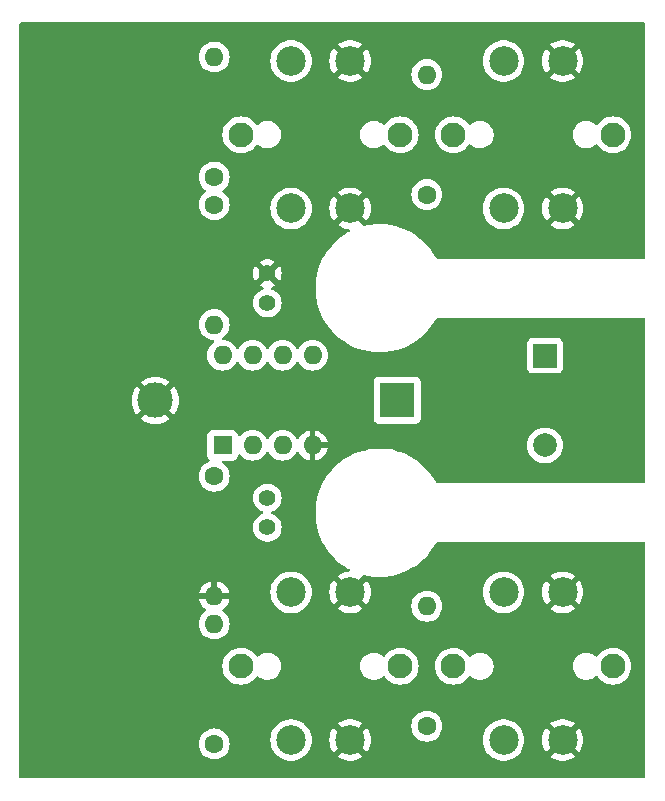
<source format=gbr>
%TF.GenerationSoftware,KiCad,Pcbnew,8.0.6-8.0.6-0~ubuntu20.04.1*%
%TF.CreationDate,2024-11-17T18:25:06+01:00*%
%TF.ProjectId,reaktor51_game,7265616b-746f-4723-9531-5f67616d652e,1*%
%TF.SameCoordinates,Original*%
%TF.FileFunction,Copper,L1,Top*%
%TF.FilePolarity,Positive*%
%FSLAX46Y46*%
G04 Gerber Fmt 4.6, Leading zero omitted, Abs format (unit mm)*
G04 Created by KiCad (PCBNEW 8.0.6-8.0.6-0~ubuntu20.04.1) date 2024-11-17 18:25:06*
%MOMM*%
%LPD*%
G01*
G04 APERTURE LIST*
%TA.AperFunction,ComponentPad*%
%ADD10C,1.600000*%
%TD*%
%TA.AperFunction,ComponentPad*%
%ADD11O,1.600000X1.600000*%
%TD*%
%TA.AperFunction,ComponentPad*%
%ADD12R,1.600000X1.600000*%
%TD*%
%TA.AperFunction,ComponentPad*%
%ADD13C,1.400000*%
%TD*%
%TA.AperFunction,ComponentPad*%
%ADD14R,3.000000X3.000000*%
%TD*%
%TA.AperFunction,ComponentPad*%
%ADD15C,3.000000*%
%TD*%
%TA.AperFunction,ComponentPad*%
%ADD16C,2.500000*%
%TD*%
%TA.AperFunction,ComponentPad*%
%ADD17C,2.100000*%
%TD*%
%TA.AperFunction,ComponentPad*%
%ADD18R,2.000000X2.000000*%
%TD*%
%TA.AperFunction,ComponentPad*%
%ADD19C,2.000000*%
%TD*%
%TA.AperFunction,ViaPad*%
%ADD20C,0.600000*%
%TD*%
G04 APERTURE END LIST*
D10*
%TO.P,R5,1*%
%TO.N,Net-(BT1-+)*%
X137000000Y-80920000D03*
D11*
%TO.P,R5,2*%
%TO.N,Net-(U1-~{RESET}{slash}PB5)*%
X137000000Y-91080000D03*
%TD*%
D12*
%TO.P,U1,1,~{RESET}/PB5*%
%TO.N,Net-(U1-~{RESET}{slash}PB5)*%
X137700000Y-101300000D03*
D11*
%TO.P,U1,2,PB3*%
%TO.N,Net-(SW3-K)*%
X140240000Y-101300000D03*
%TO.P,U1,3,PB4*%
%TO.N,Net-(SW4-K)*%
X142780000Y-101300000D03*
%TO.P,U1,4,GND*%
%TO.N,GND*%
X145320000Y-101300000D03*
%TO.P,U1,5,PB0*%
%TO.N,Net-(U1-PB0)*%
X145320000Y-93680000D03*
%TO.P,U1,6,PB1*%
%TO.N,Net-(SW1-K)*%
X142780000Y-93680000D03*
%TO.P,U1,7,PB2*%
%TO.N,Net-(SW2-K)*%
X140240000Y-93680000D03*
%TO.P,U1,8,VCC*%
%TO.N,Net-(BT1-+)*%
X137700000Y-93680000D03*
%TD*%
D10*
%TO.P,R6,1*%
%TO.N,Net-(C1-Pad1)*%
X137000000Y-103920000D03*
D11*
%TO.P,R6,2*%
%TO.N,GND*%
X137000000Y-114080000D03*
%TD*%
D10*
%TO.P,R1,1*%
%TO.N,Net-(BT1-+)*%
X155000000Y-80080000D03*
D11*
%TO.P,R1,2*%
%TO.N,Net-(SW1-A)*%
X155000000Y-69920000D03*
%TD*%
D10*
%TO.P,R2,1*%
%TO.N,Net-(BT1-+)*%
X137000000Y-78580000D03*
D11*
%TO.P,R2,2*%
%TO.N,Net-(SW2-A)*%
X137000000Y-68420000D03*
%TD*%
D10*
%TO.P,R3,1*%
%TO.N,Net-(BT1-+)*%
X137000000Y-126580000D03*
D11*
%TO.P,R3,2*%
%TO.N,Net-(SW3-A)*%
X137000000Y-116420000D03*
%TD*%
D10*
%TO.P,R4,1*%
%TO.N,Net-(BT1-+)*%
X155000000Y-125080000D03*
D11*
%TO.P,R4,2*%
%TO.N,Net-(SW4-A)*%
X155000000Y-114920000D03*
%TD*%
D13*
%TO.P,C1,1*%
%TO.N,Net-(C1-Pad1)*%
X141500000Y-105750000D03*
%TO.P,C1,2*%
%TO.N,Net-(C1-Pad2)*%
X141500000Y-108250000D03*
%TD*%
%TO.P,C2,1*%
%TO.N,GND*%
X141500000Y-86750000D03*
%TO.P,C2,2*%
%TO.N,Net-(BT1-+)*%
X141500000Y-89250000D03*
%TD*%
D14*
%TO.P,BT1,1,+*%
%TO.N,Net-(BT1-+)*%
X152500000Y-97500000D03*
D15*
%TO.P,BT1,2,-*%
%TO.N,GND*%
X132010000Y-97500000D03*
%TD*%
D16*
%TO.P,SW4,1,1*%
%TO.N,Net-(SW4-K)*%
X161500000Y-126250000D03*
X161500000Y-113750000D03*
%TO.P,SW4,2,2*%
%TO.N,GND*%
X166500000Y-126250000D03*
X166500000Y-113750000D03*
D17*
%TO.P,SW4,3,K*%
%TO.N,Net-(SW4-K)*%
X157250000Y-120000000D03*
%TO.P,SW4,4,A*%
%TO.N,Net-(SW4-A)*%
X170750000Y-120000000D03*
%TD*%
D16*
%TO.P,SW3,1,1*%
%TO.N,Net-(SW3-K)*%
X143500000Y-126250000D03*
X143500000Y-113750000D03*
%TO.P,SW3,2,2*%
%TO.N,GND*%
X148500000Y-126250000D03*
X148500000Y-113750000D03*
D17*
%TO.P,SW3,3,K*%
%TO.N,Net-(SW3-K)*%
X139250000Y-120000000D03*
%TO.P,SW3,4,A*%
%TO.N,Net-(SW3-A)*%
X152750000Y-120000000D03*
%TD*%
D16*
%TO.P,SW2,1,1*%
%TO.N,Net-(SW2-K)*%
X143500000Y-81250000D03*
X143500000Y-68750000D03*
%TO.P,SW2,2,2*%
%TO.N,GND*%
X148500000Y-81250000D03*
X148500000Y-68750000D03*
D17*
%TO.P,SW2,3,K*%
%TO.N,Net-(SW2-K)*%
X139250000Y-75000000D03*
%TO.P,SW2,4,A*%
%TO.N,Net-(SW2-A)*%
X152750000Y-75000000D03*
%TD*%
D16*
%TO.P,SW1,1,1*%
%TO.N,Net-(SW1-K)*%
X161500000Y-81250000D03*
X161500000Y-68750000D03*
%TO.P,SW1,2,2*%
%TO.N,GND*%
X166500000Y-81250000D03*
X166500000Y-68750000D03*
D17*
%TO.P,SW1,3,K*%
%TO.N,Net-(SW1-K)*%
X157250000Y-75000000D03*
%TO.P,SW1,4,A*%
%TO.N,Net-(SW1-A)*%
X170750000Y-75000000D03*
%TD*%
D18*
%TO.P,LS1,1,1*%
%TO.N,Net-(U1-PB0)*%
X165000000Y-93700000D03*
D19*
%TO.P,LS1,2,2*%
%TO.N,Net-(C1-Pad2)*%
X165000000Y-101300000D03*
%TD*%
D20*
%TO.N,GND*%
X142250000Y-117250000D03*
X150500000Y-77500000D03*
X144000000Y-99500000D03*
X143500000Y-103500000D03*
X162500000Y-102500000D03*
X132500000Y-125000000D03*
X132500000Y-70000000D03*
X171500000Y-102500000D03*
X171500000Y-92500000D03*
X162500000Y-92500000D03*
X157500000Y-102500000D03*
X157500000Y-92500000D03*
X141000000Y-112000000D03*
%TD*%
%TA.AperFunction,Conductor*%
%TO.N,GND*%
G36*
X173442539Y-65520185D02*
G01*
X173488294Y-65572989D01*
X173499500Y-65624500D01*
X173499500Y-85375500D01*
X173479815Y-85442539D01*
X173427011Y-85488294D01*
X173375500Y-85499500D01*
X155889361Y-85499500D01*
X155822322Y-85479815D01*
X155780739Y-85435311D01*
X155640701Y-85180988D01*
X155384282Y-84796719D01*
X155096127Y-84435638D01*
X154778322Y-84100357D01*
X154778319Y-84100354D01*
X154778315Y-84100350D01*
X154490432Y-83844247D01*
X154433168Y-83793304D01*
X154063162Y-83516701D01*
X154063156Y-83516697D01*
X154063147Y-83516691D01*
X153671002Y-83272561D01*
X153670997Y-83272558D01*
X153670984Y-83272550D01*
X153259471Y-83062620D01*
X153259470Y-83062619D01*
X153259467Y-83062618D01*
X152831610Y-82888431D01*
X152816060Y-82883595D01*
X152745824Y-82861751D01*
X152390483Y-82751239D01*
X152291118Y-82729393D01*
X151939287Y-82652040D01*
X151481298Y-82591554D01*
X151481294Y-82591553D01*
X151481291Y-82591553D01*
X151019819Y-82570216D01*
X150558224Y-82588182D01*
X150558211Y-82588183D01*
X150250863Y-82626493D01*
X150099787Y-82645324D01*
X149928146Y-82681749D01*
X149703637Y-82729393D01*
X149633972Y-82724054D01*
X149592016Y-82692311D01*
X149590388Y-82693940D01*
X149578638Y-82682190D01*
X149578252Y-82681898D01*
X149578197Y-82681749D01*
X148824025Y-81927578D01*
X148855258Y-81914641D01*
X148978097Y-81832563D01*
X149082563Y-81728097D01*
X149164641Y-81605258D01*
X149177578Y-81574025D01*
X149902125Y-82298572D01*
X149949971Y-82238573D01*
X150081116Y-82011426D01*
X150176941Y-81767270D01*
X150235306Y-81511550D01*
X150235307Y-81511545D01*
X150254907Y-81250004D01*
X150254907Y-81249995D01*
X150235307Y-80988454D01*
X150235306Y-80988449D01*
X150176941Y-80732729D01*
X150081116Y-80488573D01*
X150081117Y-80488573D01*
X149949972Y-80261426D01*
X149902124Y-80201427D01*
X149177577Y-80925973D01*
X149164641Y-80894742D01*
X149082563Y-80771903D01*
X148978097Y-80667437D01*
X148855258Y-80585359D01*
X148824025Y-80572421D01*
X149316448Y-80079998D01*
X153694532Y-80079998D01*
X153694532Y-80080001D01*
X153714364Y-80306686D01*
X153714366Y-80306697D01*
X153773258Y-80526488D01*
X153773261Y-80526497D01*
X153869431Y-80732732D01*
X153869432Y-80732734D01*
X153999954Y-80919141D01*
X154160858Y-81080045D01*
X154160861Y-81080047D01*
X154347266Y-81210568D01*
X154553504Y-81306739D01*
X154773308Y-81365635D01*
X154935230Y-81379801D01*
X154999998Y-81385468D01*
X155000000Y-81385468D01*
X155000002Y-81385468D01*
X155056673Y-81380509D01*
X155226692Y-81365635D01*
X155446496Y-81306739D01*
X155568183Y-81249995D01*
X159744592Y-81249995D01*
X159744592Y-81250004D01*
X159764196Y-81511620D01*
X159764197Y-81511625D01*
X159822576Y-81767402D01*
X159822578Y-81767411D01*
X159822580Y-81767416D01*
X159918432Y-82011643D01*
X160049614Y-82238857D01*
X160181736Y-82404533D01*
X160213198Y-82443985D01*
X160349244Y-82570216D01*
X160405521Y-82622433D01*
X160622296Y-82770228D01*
X160622301Y-82770230D01*
X160622302Y-82770231D01*
X160622303Y-82770232D01*
X160747843Y-82830688D01*
X160858673Y-82884061D01*
X160858674Y-82884061D01*
X160858677Y-82884063D01*
X161109385Y-82961396D01*
X161368818Y-83000500D01*
X161631182Y-83000500D01*
X161890615Y-82961396D01*
X162141323Y-82884063D01*
X162377704Y-82770228D01*
X162594479Y-82622433D01*
X162786805Y-82443981D01*
X162950386Y-82238857D01*
X163081568Y-82011643D01*
X163177420Y-81767416D01*
X163235802Y-81511630D01*
X163235808Y-81511550D01*
X163255408Y-81250004D01*
X163255408Y-81249995D01*
X164745093Y-81249995D01*
X164745093Y-81250004D01*
X164764692Y-81511545D01*
X164764693Y-81511550D01*
X164823058Y-81767270D01*
X164918883Y-82011426D01*
X164918882Y-82011426D01*
X165050027Y-82238573D01*
X165097874Y-82298571D01*
X165822421Y-81574024D01*
X165835359Y-81605258D01*
X165917437Y-81728097D01*
X166021903Y-81832563D01*
X166144742Y-81914641D01*
X166175974Y-81927577D01*
X165450830Y-82652720D01*
X165622546Y-82769793D01*
X165622550Y-82769795D01*
X165858854Y-82883594D01*
X165858858Y-82883595D01*
X166109494Y-82960907D01*
X166109500Y-82960909D01*
X166368848Y-82999999D01*
X166368857Y-83000000D01*
X166631143Y-83000000D01*
X166631151Y-82999999D01*
X166890499Y-82960909D01*
X166890505Y-82960907D01*
X167141143Y-82883595D01*
X167377445Y-82769798D01*
X167377447Y-82769797D01*
X167549168Y-82652720D01*
X166824025Y-81927578D01*
X166855258Y-81914641D01*
X166978097Y-81832563D01*
X167082563Y-81728097D01*
X167164641Y-81605258D01*
X167177578Y-81574025D01*
X167902125Y-82298572D01*
X167949971Y-82238573D01*
X168081116Y-82011426D01*
X168176941Y-81767270D01*
X168235306Y-81511550D01*
X168235307Y-81511545D01*
X168254907Y-81250004D01*
X168254907Y-81249995D01*
X168235307Y-80988454D01*
X168235306Y-80988449D01*
X168176941Y-80732729D01*
X168081116Y-80488573D01*
X168081117Y-80488573D01*
X167949972Y-80261426D01*
X167902124Y-80201427D01*
X167177577Y-80925973D01*
X167164641Y-80894742D01*
X167082563Y-80771903D01*
X166978097Y-80667437D01*
X166855258Y-80585359D01*
X166824025Y-80572421D01*
X167549168Y-79847278D01*
X167377454Y-79730206D01*
X167377445Y-79730201D01*
X167141142Y-79616404D01*
X167141144Y-79616404D01*
X166890505Y-79539092D01*
X166890499Y-79539090D01*
X166631151Y-79500000D01*
X166368848Y-79500000D01*
X166109500Y-79539090D01*
X166109494Y-79539092D01*
X165858858Y-79616404D01*
X165858854Y-79616405D01*
X165622547Y-79730205D01*
X165622539Y-79730210D01*
X165450830Y-79847277D01*
X166175974Y-80572421D01*
X166144742Y-80585359D01*
X166021903Y-80667437D01*
X165917437Y-80771903D01*
X165835359Y-80894742D01*
X165822422Y-80925974D01*
X165097875Y-80201427D01*
X165097874Y-80201427D01*
X165050028Y-80261425D01*
X164918883Y-80488573D01*
X164823058Y-80732729D01*
X164764693Y-80988449D01*
X164764692Y-80988454D01*
X164745093Y-81249995D01*
X163255408Y-81249995D01*
X163235803Y-80988379D01*
X163235802Y-80988374D01*
X163235802Y-80988370D01*
X163177420Y-80732584D01*
X163081568Y-80488357D01*
X162950386Y-80261143D01*
X162786805Y-80056019D01*
X162786804Y-80056018D01*
X162786801Y-80056014D01*
X162594479Y-79877567D01*
X162558905Y-79853313D01*
X162377704Y-79729772D01*
X162377700Y-79729770D01*
X162377697Y-79729768D01*
X162377696Y-79729767D01*
X162141325Y-79615938D01*
X162141327Y-79615938D01*
X161890623Y-79538606D01*
X161890619Y-79538605D01*
X161890615Y-79538604D01*
X161765823Y-79519794D01*
X161631187Y-79499500D01*
X161631182Y-79499500D01*
X161368818Y-79499500D01*
X161368812Y-79499500D01*
X161207247Y-79523853D01*
X161109385Y-79538604D01*
X161109382Y-79538605D01*
X161109376Y-79538606D01*
X160858673Y-79615938D01*
X160622303Y-79729767D01*
X160622302Y-79729768D01*
X160622296Y-79729771D01*
X160622296Y-79729772D01*
X160621654Y-79730210D01*
X160405520Y-79877567D01*
X160213198Y-80056014D01*
X160049614Y-80261143D01*
X159918432Y-80488356D01*
X159822582Y-80732578D01*
X159822576Y-80732597D01*
X159764197Y-80988374D01*
X159764196Y-80988379D01*
X159744592Y-81249995D01*
X155568183Y-81249995D01*
X155652734Y-81210568D01*
X155839139Y-81080047D01*
X156000047Y-80919139D01*
X156130568Y-80732734D01*
X156226739Y-80526496D01*
X156285635Y-80306692D01*
X156305468Y-80080000D01*
X156303369Y-80056014D01*
X156291466Y-79919954D01*
X156285635Y-79853308D01*
X156226739Y-79633504D01*
X156130568Y-79427266D01*
X156000047Y-79240861D01*
X156000045Y-79240858D01*
X155839141Y-79079954D01*
X155652734Y-78949432D01*
X155652732Y-78949431D01*
X155446497Y-78853261D01*
X155446488Y-78853258D01*
X155226697Y-78794366D01*
X155226693Y-78794365D01*
X155226692Y-78794365D01*
X155226691Y-78794364D01*
X155226686Y-78794364D01*
X155000002Y-78774532D01*
X154999998Y-78774532D01*
X154773313Y-78794364D01*
X154773302Y-78794366D01*
X154553511Y-78853258D01*
X154553502Y-78853261D01*
X154347267Y-78949431D01*
X154347265Y-78949432D01*
X154160858Y-79079954D01*
X153999954Y-79240858D01*
X153869432Y-79427265D01*
X153869431Y-79427267D01*
X153773261Y-79633502D01*
X153773258Y-79633511D01*
X153714366Y-79853302D01*
X153714364Y-79853313D01*
X153694532Y-80079998D01*
X149316448Y-80079998D01*
X149549168Y-79847278D01*
X149377454Y-79730206D01*
X149377445Y-79730201D01*
X149141142Y-79616404D01*
X149141144Y-79616404D01*
X148890505Y-79539092D01*
X148890499Y-79539090D01*
X148631151Y-79500000D01*
X148368848Y-79500000D01*
X148109500Y-79539090D01*
X148109494Y-79539092D01*
X147858858Y-79616404D01*
X147858854Y-79616405D01*
X147622547Y-79730205D01*
X147622539Y-79730210D01*
X147450830Y-79847277D01*
X148175974Y-80572421D01*
X148144742Y-80585359D01*
X148021903Y-80667437D01*
X147917437Y-80771903D01*
X147835359Y-80894742D01*
X147822422Y-80925974D01*
X147097875Y-80201427D01*
X147097874Y-80201427D01*
X147050028Y-80261425D01*
X146918883Y-80488573D01*
X146823058Y-80732729D01*
X146764693Y-80988449D01*
X146764692Y-80988454D01*
X146745093Y-81249995D01*
X146745093Y-81250004D01*
X146764692Y-81511545D01*
X146764693Y-81511550D01*
X146823058Y-81767270D01*
X146918883Y-82011426D01*
X146918882Y-82011426D01*
X147050027Y-82238573D01*
X147097874Y-82298571D01*
X147822421Y-81574024D01*
X147835359Y-81605258D01*
X147917437Y-81728097D01*
X148021903Y-81832563D01*
X148144742Y-81914641D01*
X148175974Y-81927577D01*
X147450830Y-82652720D01*
X147622546Y-82769793D01*
X147622550Y-82769795D01*
X147858854Y-82883594D01*
X147858858Y-82883595D01*
X148109494Y-82960907D01*
X148109500Y-82960909D01*
X148366547Y-82999652D01*
X148429904Y-83029108D01*
X148467278Y-83088142D01*
X148466803Y-83158010D01*
X148428630Y-83216530D01*
X148403608Y-83233132D01*
X148363619Y-83253165D01*
X148363600Y-83253176D01*
X147969660Y-83494451D01*
X147597637Y-83768348D01*
X147250245Y-84072879D01*
X146930009Y-84405824D01*
X146639222Y-84764796D01*
X146639217Y-84764802D01*
X146380011Y-85147170D01*
X146154226Y-85550220D01*
X145963528Y-85970986D01*
X145809286Y-86406440D01*
X145809285Y-86406445D01*
X145692618Y-86853424D01*
X145614364Y-87308724D01*
X145590781Y-87585163D01*
X145576132Y-87756880D01*
X145575096Y-87769020D01*
X145575096Y-88230979D01*
X145614364Y-88691275D01*
X145692618Y-89146575D01*
X145809285Y-89593554D01*
X145809286Y-89593559D01*
X145963528Y-90029013D01*
X146154226Y-90449779D01*
X146380011Y-90852829D01*
X146639217Y-91235197D01*
X146639219Y-91235200D01*
X146639225Y-91235208D01*
X146930009Y-91594176D01*
X147250253Y-91927128D01*
X147462315Y-92113025D01*
X147597637Y-92231651D01*
X147597640Y-92231653D01*
X147969656Y-92505546D01*
X148363606Y-92746827D01*
X148776641Y-92953747D01*
X148776645Y-92953748D01*
X148776648Y-92953750D01*
X149205748Y-93124801D01*
X149205750Y-93124802D01*
X149205756Y-93124803D01*
X149205769Y-93124809D01*
X149647884Y-93258775D01*
X150099787Y-93354676D01*
X150558207Y-93411816D01*
X150558215Y-93411816D01*
X150558224Y-93411817D01*
X151019821Y-93429783D01*
X151019822Y-93429782D01*
X151019824Y-93429783D01*
X151481298Y-93408446D01*
X151939287Y-93347960D01*
X152390478Y-93248762D01*
X152831604Y-93111571D01*
X153259471Y-92937380D01*
X153670984Y-92727450D01*
X153791962Y-92652135D01*
X163499500Y-92652135D01*
X163499500Y-94747870D01*
X163499501Y-94747876D01*
X163505908Y-94807483D01*
X163556202Y-94942328D01*
X163556206Y-94942335D01*
X163642452Y-95057544D01*
X163642455Y-95057547D01*
X163757664Y-95143793D01*
X163757671Y-95143797D01*
X163892517Y-95194091D01*
X163892516Y-95194091D01*
X163899444Y-95194835D01*
X163952127Y-95200500D01*
X166047872Y-95200499D01*
X166107483Y-95194091D01*
X166242331Y-95143796D01*
X166357546Y-95057546D01*
X166443796Y-94942331D01*
X166494091Y-94807483D01*
X166500500Y-94747873D01*
X166500499Y-92652128D01*
X166494091Y-92592517D01*
X166478021Y-92549432D01*
X166443797Y-92457671D01*
X166443793Y-92457664D01*
X166357547Y-92342455D01*
X166357544Y-92342452D01*
X166242335Y-92256206D01*
X166242328Y-92256202D01*
X166107482Y-92205908D01*
X166107483Y-92205908D01*
X166047883Y-92199501D01*
X166047881Y-92199500D01*
X166047873Y-92199500D01*
X166047864Y-92199500D01*
X163952129Y-92199500D01*
X163952123Y-92199501D01*
X163892516Y-92205908D01*
X163757671Y-92256202D01*
X163757664Y-92256206D01*
X163642455Y-92342452D01*
X163642452Y-92342455D01*
X163556206Y-92457664D01*
X163556202Y-92457671D01*
X163505908Y-92592517D01*
X163499501Y-92652116D01*
X163499501Y-92652123D01*
X163499500Y-92652135D01*
X153791962Y-92652135D01*
X154063162Y-92483299D01*
X154433168Y-92206696D01*
X154778322Y-91899643D01*
X155096127Y-91564362D01*
X155384282Y-91203281D01*
X155640701Y-90819012D01*
X155780740Y-90564687D01*
X155830319Y-90515459D01*
X155889361Y-90500500D01*
X173375500Y-90500500D01*
X173442539Y-90520185D01*
X173488294Y-90572989D01*
X173499500Y-90624500D01*
X173499500Y-104375500D01*
X173479815Y-104442539D01*
X173427011Y-104488294D01*
X173375500Y-104499500D01*
X155889361Y-104499500D01*
X155822322Y-104479815D01*
X155780739Y-104435311D01*
X155640701Y-104180988D01*
X155384282Y-103796719D01*
X155096127Y-103435638D01*
X154778322Y-103100357D01*
X154778319Y-103100354D01*
X154778315Y-103100350D01*
X154584053Y-102927533D01*
X154433168Y-102793304D01*
X154146327Y-102578872D01*
X154063173Y-102516709D01*
X154063168Y-102516706D01*
X154063162Y-102516701D01*
X154063156Y-102516697D01*
X154063147Y-102516691D01*
X153671002Y-102272561D01*
X153670997Y-102272558D01*
X153670984Y-102272550D01*
X153259471Y-102062620D01*
X153259470Y-102062619D01*
X153259467Y-102062618D01*
X152831610Y-101888431D01*
X152789057Y-101875197D01*
X152681335Y-101841695D01*
X152390483Y-101751239D01*
X152331447Y-101738259D01*
X151939287Y-101652040D01*
X151481298Y-101591554D01*
X151481294Y-101591553D01*
X151481291Y-101591553D01*
X151019819Y-101570216D01*
X150558224Y-101588182D01*
X150558211Y-101588183D01*
X150302313Y-101620080D01*
X150099787Y-101645324D01*
X149970593Y-101672741D01*
X149647884Y-101741224D01*
X149647884Y-101741225D01*
X149205769Y-101875191D01*
X149205766Y-101875192D01*
X149205750Y-101875197D01*
X149205748Y-101875198D01*
X148776648Y-102046249D01*
X148776630Y-102046258D01*
X148363609Y-102253171D01*
X148363600Y-102253176D01*
X147969660Y-102494451D01*
X147597637Y-102768348D01*
X147250245Y-103072879D01*
X146930009Y-103405824D01*
X146639222Y-103764796D01*
X146639217Y-103764802D01*
X146380011Y-104147170D01*
X146154226Y-104550220D01*
X145963528Y-104970986D01*
X145809286Y-105406440D01*
X145809285Y-105406445D01*
X145692618Y-105853424D01*
X145614364Y-106308724D01*
X145575096Y-106769020D01*
X145575096Y-107230979D01*
X145614364Y-107691275D01*
X145692618Y-108146575D01*
X145809285Y-108593554D01*
X145809286Y-108593559D01*
X145963528Y-109029013D01*
X146154226Y-109449779D01*
X146380011Y-109852829D01*
X146639217Y-110235197D01*
X146639219Y-110235200D01*
X146639225Y-110235208D01*
X146930009Y-110594176D01*
X147250253Y-110927128D01*
X147327911Y-110995204D01*
X147597637Y-111231651D01*
X147597640Y-111231653D01*
X147969656Y-111505546D01*
X148363606Y-111746827D01*
X148363618Y-111746833D01*
X148403606Y-111766866D01*
X148454728Y-111814493D01*
X148471986Y-111882198D01*
X148449899Y-111948485D01*
X148395482Y-111992308D01*
X148366547Y-112000347D01*
X148109500Y-112039090D01*
X148109494Y-112039092D01*
X147858858Y-112116404D01*
X147858854Y-112116405D01*
X147622547Y-112230205D01*
X147622539Y-112230210D01*
X147450830Y-112347277D01*
X148175974Y-113072421D01*
X148144742Y-113085359D01*
X148021903Y-113167437D01*
X147917437Y-113271903D01*
X147835359Y-113394742D01*
X147822422Y-113425974D01*
X147097875Y-112701427D01*
X147097874Y-112701427D01*
X147050028Y-112761425D01*
X146918883Y-112988573D01*
X146823058Y-113232729D01*
X146764693Y-113488449D01*
X146764692Y-113488454D01*
X146745093Y-113749995D01*
X146745093Y-113750004D01*
X146764692Y-114011545D01*
X146764693Y-114011550D01*
X146823058Y-114267270D01*
X146918883Y-114511426D01*
X146918882Y-114511426D01*
X147050027Y-114738573D01*
X147097874Y-114798571D01*
X147822421Y-114074024D01*
X147835359Y-114105258D01*
X147917437Y-114228097D01*
X148021903Y-114332563D01*
X148144742Y-114414641D01*
X148175974Y-114427577D01*
X147450830Y-115152720D01*
X147622546Y-115269793D01*
X147622550Y-115269795D01*
X147858854Y-115383594D01*
X147858858Y-115383595D01*
X148109494Y-115460907D01*
X148109500Y-115460909D01*
X148368848Y-115499999D01*
X148368857Y-115500000D01*
X148631143Y-115500000D01*
X148631151Y-115499999D01*
X148890499Y-115460909D01*
X148890505Y-115460907D01*
X149141143Y-115383595D01*
X149377445Y-115269798D01*
X149377447Y-115269797D01*
X149549168Y-115152720D01*
X149316446Y-114919998D01*
X153694532Y-114919998D01*
X153694532Y-114920001D01*
X153714364Y-115146686D01*
X153714366Y-115146697D01*
X153773258Y-115366488D01*
X153773261Y-115366497D01*
X153869431Y-115572732D01*
X153869432Y-115572734D01*
X153999954Y-115759141D01*
X154160858Y-115920045D01*
X154160861Y-115920047D01*
X154347266Y-116050568D01*
X154553504Y-116146739D01*
X154773308Y-116205635D01*
X154935230Y-116219801D01*
X154999998Y-116225468D01*
X155000000Y-116225468D01*
X155000002Y-116225468D01*
X155056673Y-116220509D01*
X155226692Y-116205635D01*
X155446496Y-116146739D01*
X155652734Y-116050568D01*
X155839139Y-115920047D01*
X156000047Y-115759139D01*
X156130568Y-115572734D01*
X156226739Y-115366496D01*
X156285635Y-115146692D01*
X156305468Y-114920000D01*
X156285635Y-114693308D01*
X156226739Y-114473504D01*
X156130568Y-114267266D01*
X156000047Y-114080861D01*
X156000045Y-114080858D01*
X155839141Y-113919954D01*
X155652734Y-113789432D01*
X155652732Y-113789431D01*
X155568162Y-113749995D01*
X159744592Y-113749995D01*
X159744592Y-113750004D01*
X159764196Y-114011620D01*
X159764197Y-114011625D01*
X159822576Y-114267402D01*
X159822578Y-114267411D01*
X159822580Y-114267416D01*
X159918432Y-114511643D01*
X160049614Y-114738857D01*
X160181736Y-114904533D01*
X160213198Y-114943985D01*
X160394753Y-115112441D01*
X160405521Y-115122433D01*
X160622296Y-115270228D01*
X160622301Y-115270230D01*
X160622302Y-115270231D01*
X160622303Y-115270232D01*
X160747843Y-115330688D01*
X160858673Y-115384061D01*
X160858674Y-115384061D01*
X160858677Y-115384063D01*
X161109385Y-115461396D01*
X161368818Y-115500500D01*
X161631182Y-115500500D01*
X161890615Y-115461396D01*
X162141323Y-115384063D01*
X162328111Y-115294110D01*
X162377696Y-115270232D01*
X162377696Y-115270231D01*
X162377704Y-115270228D01*
X162594479Y-115122433D01*
X162786805Y-114943981D01*
X162950386Y-114738857D01*
X163081568Y-114511643D01*
X163177420Y-114267416D01*
X163235802Y-114011630D01*
X163235808Y-114011550D01*
X163255408Y-113750004D01*
X163255408Y-113749995D01*
X164745093Y-113749995D01*
X164745093Y-113750004D01*
X164764692Y-114011545D01*
X164764693Y-114011550D01*
X164823058Y-114267270D01*
X164918883Y-114511426D01*
X164918882Y-114511426D01*
X165050027Y-114738573D01*
X165097874Y-114798571D01*
X165822421Y-114074024D01*
X165835359Y-114105258D01*
X165917437Y-114228097D01*
X166021903Y-114332563D01*
X166144742Y-114414641D01*
X166175974Y-114427577D01*
X165450830Y-115152720D01*
X165622546Y-115269793D01*
X165622550Y-115269795D01*
X165858854Y-115383594D01*
X165858858Y-115383595D01*
X166109494Y-115460907D01*
X166109500Y-115460909D01*
X166368848Y-115499999D01*
X166368857Y-115500000D01*
X166631143Y-115500000D01*
X166631151Y-115499999D01*
X166890499Y-115460909D01*
X166890505Y-115460907D01*
X167141143Y-115383595D01*
X167377445Y-115269798D01*
X167377447Y-115269797D01*
X167549168Y-115152720D01*
X166824025Y-114427578D01*
X166855258Y-114414641D01*
X166978097Y-114332563D01*
X167082563Y-114228097D01*
X167164641Y-114105258D01*
X167177578Y-114074025D01*
X167902125Y-114798572D01*
X167949971Y-114738573D01*
X168081116Y-114511426D01*
X168176941Y-114267270D01*
X168235306Y-114011550D01*
X168235307Y-114011545D01*
X168254907Y-113750004D01*
X168254907Y-113749995D01*
X168235307Y-113488454D01*
X168235306Y-113488449D01*
X168176941Y-113232729D01*
X168081116Y-112988573D01*
X168081117Y-112988573D01*
X167949972Y-112761426D01*
X167902124Y-112701427D01*
X167177577Y-113425973D01*
X167164641Y-113394742D01*
X167082563Y-113271903D01*
X166978097Y-113167437D01*
X166855258Y-113085359D01*
X166824025Y-113072421D01*
X167549168Y-112347278D01*
X167377454Y-112230206D01*
X167377445Y-112230201D01*
X167141142Y-112116404D01*
X167141144Y-112116404D01*
X166890505Y-112039092D01*
X166890499Y-112039090D01*
X166631151Y-112000000D01*
X166368848Y-112000000D01*
X166109500Y-112039090D01*
X166109494Y-112039092D01*
X165858858Y-112116404D01*
X165858854Y-112116405D01*
X165622547Y-112230205D01*
X165622539Y-112230210D01*
X165450830Y-112347277D01*
X166175974Y-113072421D01*
X166144742Y-113085359D01*
X166021903Y-113167437D01*
X165917437Y-113271903D01*
X165835359Y-113394742D01*
X165822422Y-113425974D01*
X165097875Y-112701427D01*
X165097874Y-112701427D01*
X165050028Y-112761425D01*
X164918883Y-112988573D01*
X164823058Y-113232729D01*
X164764693Y-113488449D01*
X164764692Y-113488454D01*
X164745093Y-113749995D01*
X163255408Y-113749995D01*
X163235803Y-113488379D01*
X163235802Y-113488374D01*
X163235802Y-113488370D01*
X163177420Y-113232584D01*
X163081568Y-112988357D01*
X162950386Y-112761143D01*
X162786805Y-112556019D01*
X162786804Y-112556018D01*
X162786801Y-112556014D01*
X162594479Y-112377567D01*
X162560900Y-112354673D01*
X162377704Y-112229772D01*
X162377700Y-112229770D01*
X162377697Y-112229768D01*
X162377696Y-112229767D01*
X162141325Y-112115938D01*
X162141327Y-112115938D01*
X161890623Y-112038606D01*
X161890619Y-112038605D01*
X161890615Y-112038604D01*
X161765823Y-112019794D01*
X161631187Y-111999500D01*
X161631182Y-111999500D01*
X161368818Y-111999500D01*
X161368812Y-111999500D01*
X161207247Y-112023853D01*
X161109385Y-112038604D01*
X161109382Y-112038605D01*
X161109376Y-112038606D01*
X160858673Y-112115938D01*
X160622303Y-112229767D01*
X160622302Y-112229768D01*
X160622296Y-112229771D01*
X160622296Y-112229772D01*
X160621654Y-112230210D01*
X160405520Y-112377567D01*
X160213198Y-112556014D01*
X160049614Y-112761143D01*
X159918432Y-112988356D01*
X159822582Y-113232578D01*
X159822576Y-113232597D01*
X159764197Y-113488374D01*
X159764196Y-113488379D01*
X159744592Y-113749995D01*
X155568162Y-113749995D01*
X155446497Y-113693261D01*
X155446488Y-113693258D01*
X155226697Y-113634366D01*
X155226693Y-113634365D01*
X155226692Y-113634365D01*
X155226691Y-113634364D01*
X155226686Y-113634364D01*
X155000002Y-113614532D01*
X154999998Y-113614532D01*
X154773313Y-113634364D01*
X154773302Y-113634366D01*
X154553511Y-113693258D01*
X154553502Y-113693261D01*
X154347267Y-113789431D01*
X154347265Y-113789432D01*
X154160858Y-113919954D01*
X153999954Y-114080858D01*
X153869432Y-114267265D01*
X153869431Y-114267267D01*
X153773261Y-114473502D01*
X153773258Y-114473511D01*
X153714366Y-114693302D01*
X153714364Y-114693313D01*
X153694532Y-114919998D01*
X149316446Y-114919998D01*
X148824025Y-114427578D01*
X148855258Y-114414641D01*
X148978097Y-114332563D01*
X149082563Y-114228097D01*
X149164641Y-114105258D01*
X149177578Y-114074025D01*
X149902125Y-114798572D01*
X149949971Y-114738573D01*
X150081116Y-114511426D01*
X150176941Y-114267270D01*
X150235306Y-114011550D01*
X150235307Y-114011545D01*
X150254907Y-113750004D01*
X150254907Y-113749995D01*
X150235307Y-113488454D01*
X150235306Y-113488449D01*
X150176941Y-113232729D01*
X150081116Y-112988573D01*
X150081117Y-112988573D01*
X149949972Y-112761426D01*
X149902124Y-112701427D01*
X149177577Y-113425973D01*
X149164641Y-113394742D01*
X149082563Y-113271903D01*
X148978097Y-113167437D01*
X148855258Y-113085359D01*
X148824025Y-113072422D01*
X149590388Y-112306059D01*
X149592933Y-112308604D01*
X149616025Y-112284444D01*
X149683945Y-112268053D01*
X149703628Y-112270604D01*
X150099787Y-112354676D01*
X150558207Y-112411816D01*
X150558215Y-112411816D01*
X150558224Y-112411817D01*
X151019821Y-112429783D01*
X151019822Y-112429782D01*
X151019824Y-112429783D01*
X151481298Y-112408446D01*
X151939287Y-112347960D01*
X152390478Y-112248762D01*
X152831604Y-112111571D01*
X153259471Y-111937380D01*
X153670984Y-111727450D01*
X154063162Y-111483299D01*
X154433168Y-111206696D01*
X154778322Y-110899643D01*
X155096127Y-110564362D01*
X155384282Y-110203281D01*
X155640701Y-109819012D01*
X155780740Y-109564687D01*
X155830319Y-109515459D01*
X155889361Y-109500500D01*
X173375500Y-109500500D01*
X173442539Y-109520185D01*
X173488294Y-109572989D01*
X173499500Y-109624500D01*
X173499500Y-129375500D01*
X173479815Y-129442539D01*
X173427011Y-129488294D01*
X173375500Y-129499500D01*
X120624500Y-129499500D01*
X120557461Y-129479815D01*
X120511706Y-129427011D01*
X120500500Y-129375500D01*
X120500500Y-126579998D01*
X135694532Y-126579998D01*
X135694532Y-126580001D01*
X135714364Y-126806686D01*
X135714366Y-126806697D01*
X135773258Y-127026488D01*
X135773261Y-127026497D01*
X135869431Y-127232732D01*
X135869432Y-127232734D01*
X135999954Y-127419141D01*
X136160858Y-127580045D01*
X136160861Y-127580047D01*
X136347266Y-127710568D01*
X136553504Y-127806739D01*
X136773308Y-127865635D01*
X136935230Y-127879801D01*
X136999998Y-127885468D01*
X137000000Y-127885468D01*
X137000002Y-127885468D01*
X137056673Y-127880509D01*
X137226692Y-127865635D01*
X137446496Y-127806739D01*
X137652734Y-127710568D01*
X137839139Y-127580047D01*
X138000047Y-127419139D01*
X138130568Y-127232734D01*
X138226739Y-127026496D01*
X138285635Y-126806692D01*
X138305468Y-126580000D01*
X138285635Y-126353308D01*
X138257953Y-126249995D01*
X141744592Y-126249995D01*
X141744592Y-126250004D01*
X141764196Y-126511620D01*
X141764197Y-126511625D01*
X141822576Y-126767402D01*
X141822578Y-126767411D01*
X141822580Y-126767416D01*
X141918432Y-127011643D01*
X142049614Y-127238857D01*
X142181736Y-127404533D01*
X142213198Y-127443985D01*
X142394753Y-127612441D01*
X142405521Y-127622433D01*
X142622296Y-127770228D01*
X142622301Y-127770230D01*
X142622302Y-127770231D01*
X142622303Y-127770232D01*
X142698116Y-127806741D01*
X142858673Y-127884061D01*
X142858674Y-127884061D01*
X142858677Y-127884063D01*
X143109385Y-127961396D01*
X143368818Y-128000500D01*
X143631182Y-128000500D01*
X143890615Y-127961396D01*
X144141323Y-127884063D01*
X144377704Y-127770228D01*
X144594479Y-127622433D01*
X144786805Y-127443981D01*
X144950386Y-127238857D01*
X145081568Y-127011643D01*
X145177420Y-126767416D01*
X145235802Y-126511630D01*
X145235808Y-126511550D01*
X145255408Y-126250004D01*
X145255408Y-126249995D01*
X146745093Y-126249995D01*
X146745093Y-126250004D01*
X146764692Y-126511545D01*
X146764693Y-126511550D01*
X146823058Y-126767270D01*
X146918883Y-127011426D01*
X146918882Y-127011426D01*
X147050027Y-127238573D01*
X147097874Y-127298571D01*
X147822421Y-126574024D01*
X147835359Y-126605258D01*
X147917437Y-126728097D01*
X148021903Y-126832563D01*
X148144742Y-126914641D01*
X148175974Y-126927577D01*
X147450830Y-127652720D01*
X147622546Y-127769793D01*
X147622550Y-127769795D01*
X147858854Y-127883594D01*
X147858858Y-127883595D01*
X148109494Y-127960907D01*
X148109500Y-127960909D01*
X148368848Y-127999999D01*
X148368857Y-128000000D01*
X148631143Y-128000000D01*
X148631151Y-127999999D01*
X148890499Y-127960909D01*
X148890505Y-127960907D01*
X149141143Y-127883595D01*
X149377445Y-127769798D01*
X149377447Y-127769797D01*
X149549168Y-127652720D01*
X148824025Y-126927578D01*
X148855258Y-126914641D01*
X148978097Y-126832563D01*
X149082563Y-126728097D01*
X149164641Y-126605258D01*
X149177578Y-126574025D01*
X149902125Y-127298572D01*
X149949971Y-127238573D01*
X150081116Y-127011426D01*
X150176941Y-126767270D01*
X150235306Y-126511550D01*
X150235307Y-126511545D01*
X150254907Y-126250004D01*
X150254907Y-126249995D01*
X150235307Y-125988454D01*
X150235306Y-125988449D01*
X150176941Y-125732729D01*
X150081116Y-125488573D01*
X150081117Y-125488573D01*
X149949972Y-125261426D01*
X149902124Y-125201427D01*
X149177577Y-125925973D01*
X149164641Y-125894742D01*
X149082563Y-125771903D01*
X148978097Y-125667437D01*
X148855258Y-125585359D01*
X148824025Y-125572421D01*
X149316448Y-125079998D01*
X153694532Y-125079998D01*
X153694532Y-125080001D01*
X153714364Y-125306686D01*
X153714366Y-125306697D01*
X153773258Y-125526488D01*
X153773261Y-125526497D01*
X153869431Y-125732732D01*
X153869432Y-125732734D01*
X153999954Y-125919141D01*
X154160858Y-126080045D01*
X154160861Y-126080047D01*
X154347266Y-126210568D01*
X154553504Y-126306739D01*
X154773308Y-126365635D01*
X154935230Y-126379801D01*
X154999998Y-126385468D01*
X155000000Y-126385468D01*
X155000002Y-126385468D01*
X155056673Y-126380509D01*
X155226692Y-126365635D01*
X155446496Y-126306739D01*
X155568183Y-126249995D01*
X159744592Y-126249995D01*
X159744592Y-126250004D01*
X159764196Y-126511620D01*
X159764197Y-126511625D01*
X159822576Y-126767402D01*
X159822578Y-126767411D01*
X159822580Y-126767416D01*
X159918432Y-127011643D01*
X160049614Y-127238857D01*
X160181736Y-127404533D01*
X160213198Y-127443985D01*
X160394753Y-127612441D01*
X160405521Y-127622433D01*
X160622296Y-127770228D01*
X160622301Y-127770230D01*
X160622302Y-127770231D01*
X160622303Y-127770232D01*
X160698116Y-127806741D01*
X160858673Y-127884061D01*
X160858674Y-127884061D01*
X160858677Y-127884063D01*
X161109385Y-127961396D01*
X161368818Y-128000500D01*
X161631182Y-128000500D01*
X161890615Y-127961396D01*
X162141323Y-127884063D01*
X162377704Y-127770228D01*
X162594479Y-127622433D01*
X162786805Y-127443981D01*
X162950386Y-127238857D01*
X163081568Y-127011643D01*
X163177420Y-126767416D01*
X163235802Y-126511630D01*
X163235808Y-126511550D01*
X163255408Y-126250004D01*
X163255408Y-126249995D01*
X164745093Y-126249995D01*
X164745093Y-126250004D01*
X164764692Y-126511545D01*
X164764693Y-126511550D01*
X164823058Y-126767270D01*
X164918883Y-127011426D01*
X164918882Y-127011426D01*
X165050027Y-127238573D01*
X165097874Y-127298571D01*
X165822421Y-126574024D01*
X165835359Y-126605258D01*
X165917437Y-126728097D01*
X166021903Y-126832563D01*
X166144742Y-126914641D01*
X166175974Y-126927577D01*
X165450830Y-127652720D01*
X165622546Y-127769793D01*
X165622550Y-127769795D01*
X165858854Y-127883594D01*
X165858858Y-127883595D01*
X166109494Y-127960907D01*
X166109500Y-127960909D01*
X166368848Y-127999999D01*
X166368857Y-128000000D01*
X166631143Y-128000000D01*
X166631151Y-127999999D01*
X166890499Y-127960909D01*
X166890505Y-127960907D01*
X167141143Y-127883595D01*
X167377445Y-127769798D01*
X167377447Y-127769797D01*
X167549168Y-127652720D01*
X166824025Y-126927578D01*
X166855258Y-126914641D01*
X166978097Y-126832563D01*
X167082563Y-126728097D01*
X167164641Y-126605258D01*
X167177578Y-126574025D01*
X167902125Y-127298572D01*
X167949971Y-127238573D01*
X168081116Y-127011426D01*
X168176941Y-126767270D01*
X168235306Y-126511550D01*
X168235307Y-126511545D01*
X168254907Y-126250004D01*
X168254907Y-126249995D01*
X168235307Y-125988454D01*
X168235306Y-125988449D01*
X168176941Y-125732729D01*
X168081116Y-125488573D01*
X168081117Y-125488573D01*
X167949972Y-125261426D01*
X167902124Y-125201427D01*
X167177577Y-125925973D01*
X167164641Y-125894742D01*
X167082563Y-125771903D01*
X166978097Y-125667437D01*
X166855258Y-125585359D01*
X166824025Y-125572421D01*
X167549168Y-124847278D01*
X167377454Y-124730206D01*
X167377445Y-124730201D01*
X167141142Y-124616404D01*
X167141144Y-124616404D01*
X166890505Y-124539092D01*
X166890499Y-124539090D01*
X166631151Y-124500000D01*
X166368848Y-124500000D01*
X166109500Y-124539090D01*
X166109494Y-124539092D01*
X165858858Y-124616404D01*
X165858854Y-124616405D01*
X165622547Y-124730205D01*
X165622539Y-124730210D01*
X165450830Y-124847277D01*
X166175974Y-125572421D01*
X166144742Y-125585359D01*
X166021903Y-125667437D01*
X165917437Y-125771903D01*
X165835359Y-125894742D01*
X165822422Y-125925974D01*
X165097875Y-125201427D01*
X165097874Y-125201427D01*
X165050028Y-125261425D01*
X164918883Y-125488573D01*
X164823058Y-125732729D01*
X164764693Y-125988449D01*
X164764692Y-125988454D01*
X164745093Y-126249995D01*
X163255408Y-126249995D01*
X163235803Y-125988379D01*
X163235802Y-125988374D01*
X163235802Y-125988370D01*
X163177420Y-125732584D01*
X163081568Y-125488357D01*
X162950386Y-125261143D01*
X162786805Y-125056019D01*
X162786804Y-125056018D01*
X162786801Y-125056014D01*
X162594479Y-124877567D01*
X162558905Y-124853313D01*
X162377704Y-124729772D01*
X162377700Y-124729770D01*
X162377697Y-124729768D01*
X162377696Y-124729767D01*
X162141325Y-124615938D01*
X162141327Y-124615938D01*
X161890623Y-124538606D01*
X161890619Y-124538605D01*
X161890615Y-124538604D01*
X161765823Y-124519794D01*
X161631187Y-124499500D01*
X161631182Y-124499500D01*
X161368818Y-124499500D01*
X161368812Y-124499500D01*
X161207247Y-124523853D01*
X161109385Y-124538604D01*
X161109382Y-124538605D01*
X161109376Y-124538606D01*
X160858673Y-124615938D01*
X160622303Y-124729767D01*
X160622302Y-124729768D01*
X160622296Y-124729771D01*
X160622296Y-124729772D01*
X160621654Y-124730210D01*
X160405520Y-124877567D01*
X160213198Y-125056014D01*
X160049614Y-125261143D01*
X159918432Y-125488356D01*
X159822582Y-125732578D01*
X159822576Y-125732597D01*
X159764197Y-125988374D01*
X159764196Y-125988379D01*
X159744592Y-126249995D01*
X155568183Y-126249995D01*
X155652734Y-126210568D01*
X155839139Y-126080047D01*
X156000047Y-125919139D01*
X156130568Y-125732734D01*
X156226739Y-125526496D01*
X156285635Y-125306692D01*
X156305468Y-125080000D01*
X156303369Y-125056014D01*
X156285635Y-124853313D01*
X156285635Y-124853308D01*
X156226739Y-124633504D01*
X156130568Y-124427266D01*
X156000047Y-124240861D01*
X156000045Y-124240858D01*
X155839141Y-124079954D01*
X155652734Y-123949432D01*
X155652732Y-123949431D01*
X155446497Y-123853261D01*
X155446488Y-123853258D01*
X155226697Y-123794366D01*
X155226693Y-123794365D01*
X155226692Y-123794365D01*
X155226691Y-123794364D01*
X155226686Y-123794364D01*
X155000002Y-123774532D01*
X154999998Y-123774532D01*
X154773313Y-123794364D01*
X154773302Y-123794366D01*
X154553511Y-123853258D01*
X154553502Y-123853261D01*
X154347267Y-123949431D01*
X154347265Y-123949432D01*
X154160858Y-124079954D01*
X153999954Y-124240858D01*
X153869432Y-124427265D01*
X153869431Y-124427267D01*
X153773261Y-124633502D01*
X153773258Y-124633511D01*
X153714366Y-124853302D01*
X153714364Y-124853313D01*
X153694532Y-125079998D01*
X149316448Y-125079998D01*
X149549168Y-124847278D01*
X149377454Y-124730206D01*
X149377445Y-124730201D01*
X149141142Y-124616404D01*
X149141144Y-124616404D01*
X148890505Y-124539092D01*
X148890499Y-124539090D01*
X148631151Y-124500000D01*
X148368848Y-124500000D01*
X148109500Y-124539090D01*
X148109494Y-124539092D01*
X147858858Y-124616404D01*
X147858854Y-124616405D01*
X147622547Y-124730205D01*
X147622539Y-124730210D01*
X147450830Y-124847277D01*
X148175974Y-125572421D01*
X148144742Y-125585359D01*
X148021903Y-125667437D01*
X147917437Y-125771903D01*
X147835359Y-125894742D01*
X147822422Y-125925974D01*
X147097875Y-125201427D01*
X147097874Y-125201427D01*
X147050028Y-125261425D01*
X146918883Y-125488573D01*
X146823058Y-125732729D01*
X146764693Y-125988449D01*
X146764692Y-125988454D01*
X146745093Y-126249995D01*
X145255408Y-126249995D01*
X145235803Y-125988379D01*
X145235802Y-125988374D01*
X145235802Y-125988370D01*
X145177420Y-125732584D01*
X145081568Y-125488357D01*
X144950386Y-125261143D01*
X144786805Y-125056019D01*
X144786804Y-125056018D01*
X144786801Y-125056014D01*
X144594479Y-124877567D01*
X144558905Y-124853313D01*
X144377704Y-124729772D01*
X144377700Y-124729770D01*
X144377697Y-124729768D01*
X144377696Y-124729767D01*
X144141325Y-124615938D01*
X144141327Y-124615938D01*
X143890623Y-124538606D01*
X143890619Y-124538605D01*
X143890615Y-124538604D01*
X143765823Y-124519794D01*
X143631187Y-124499500D01*
X143631182Y-124499500D01*
X143368818Y-124499500D01*
X143368812Y-124499500D01*
X143207247Y-124523853D01*
X143109385Y-124538604D01*
X143109382Y-124538605D01*
X143109376Y-124538606D01*
X142858673Y-124615938D01*
X142622303Y-124729767D01*
X142622302Y-124729768D01*
X142622296Y-124729771D01*
X142622296Y-124729772D01*
X142621654Y-124730210D01*
X142405520Y-124877567D01*
X142213198Y-125056014D01*
X142049614Y-125261143D01*
X141918432Y-125488356D01*
X141822582Y-125732578D01*
X141822576Y-125732597D01*
X141764197Y-125988374D01*
X141764196Y-125988379D01*
X141744592Y-126249995D01*
X138257953Y-126249995D01*
X138226739Y-126133504D01*
X138130568Y-125927266D01*
X138000047Y-125740861D01*
X138000045Y-125740858D01*
X137839141Y-125579954D01*
X137652734Y-125449432D01*
X137652732Y-125449431D01*
X137446497Y-125353261D01*
X137446488Y-125353258D01*
X137226697Y-125294366D01*
X137226693Y-125294365D01*
X137226692Y-125294365D01*
X137226691Y-125294364D01*
X137226686Y-125294364D01*
X137000002Y-125274532D01*
X136999998Y-125274532D01*
X136773313Y-125294364D01*
X136773302Y-125294366D01*
X136553511Y-125353258D01*
X136553502Y-125353261D01*
X136347267Y-125449431D01*
X136347265Y-125449432D01*
X136160858Y-125579954D01*
X135999954Y-125740858D01*
X135869432Y-125927265D01*
X135869431Y-125927267D01*
X135773261Y-126133502D01*
X135773258Y-126133511D01*
X135714366Y-126353302D01*
X135714364Y-126353313D01*
X135694532Y-126579998D01*
X120500500Y-126579998D01*
X120500500Y-120000000D01*
X137694706Y-120000000D01*
X137713853Y-120243297D01*
X137713853Y-120243300D01*
X137713854Y-120243302D01*
X137761471Y-120441639D01*
X137770830Y-120480619D01*
X137864222Y-120706089D01*
X137991737Y-120914173D01*
X137991738Y-120914176D01*
X138045449Y-120977063D01*
X138150241Y-121099759D01*
X138293897Y-121222453D01*
X138335823Y-121258261D01*
X138335826Y-121258262D01*
X138543910Y-121385777D01*
X138769381Y-121479169D01*
X138769378Y-121479169D01*
X138769384Y-121479170D01*
X138769388Y-121479172D01*
X139006698Y-121536146D01*
X139250000Y-121555294D01*
X139493302Y-121536146D01*
X139730612Y-121479172D01*
X139956089Y-121385777D01*
X140164179Y-121258259D01*
X140349759Y-121099759D01*
X140508259Y-120914179D01*
X140532032Y-120875383D01*
X140583840Y-120828510D01*
X140652769Y-120817086D01*
X140716932Y-120844741D01*
X140725439Y-120852493D01*
X140750500Y-120877554D01*
X140750505Y-120877558D01*
X140800913Y-120914181D01*
X140897006Y-120983996D01*
X141002484Y-121037740D01*
X141058360Y-121066211D01*
X141058363Y-121066212D01*
X141144476Y-121094191D01*
X141230591Y-121122171D01*
X141313429Y-121135291D01*
X141409449Y-121150500D01*
X141409454Y-121150500D01*
X141590551Y-121150500D01*
X141677259Y-121136765D01*
X141769409Y-121122171D01*
X141941639Y-121066211D01*
X142102994Y-120983996D01*
X142249501Y-120877553D01*
X142377553Y-120749501D01*
X142483996Y-120602994D01*
X142566211Y-120441639D01*
X142622171Y-120269409D01*
X142636765Y-120177259D01*
X142650500Y-120090551D01*
X142650500Y-119909448D01*
X149349500Y-119909448D01*
X149349500Y-120090551D01*
X149377829Y-120269410D01*
X149433787Y-120441636D01*
X149433788Y-120441639D01*
X149516006Y-120602997D01*
X149622441Y-120749494D01*
X149622445Y-120749499D01*
X149750500Y-120877554D01*
X149750505Y-120877558D01*
X149800913Y-120914181D01*
X149897006Y-120983996D01*
X150002484Y-121037740D01*
X150058360Y-121066211D01*
X150058363Y-121066212D01*
X150144476Y-121094191D01*
X150230591Y-121122171D01*
X150313429Y-121135291D01*
X150409449Y-121150500D01*
X150409454Y-121150500D01*
X150590551Y-121150500D01*
X150677259Y-121136765D01*
X150769409Y-121122171D01*
X150941639Y-121066211D01*
X151102994Y-120983996D01*
X151249501Y-120877553D01*
X151274561Y-120852492D01*
X151335880Y-120819009D01*
X151405572Y-120823992D01*
X151461506Y-120865863D01*
X151467967Y-120875384D01*
X151491742Y-120914181D01*
X151551368Y-120983993D01*
X151650241Y-121099759D01*
X151793897Y-121222453D01*
X151835823Y-121258261D01*
X151835826Y-121258262D01*
X152043910Y-121385777D01*
X152269381Y-121479169D01*
X152269378Y-121479169D01*
X152269384Y-121479170D01*
X152269388Y-121479172D01*
X152506698Y-121536146D01*
X152750000Y-121555294D01*
X152993302Y-121536146D01*
X153230612Y-121479172D01*
X153456089Y-121385777D01*
X153664179Y-121258259D01*
X153849759Y-121099759D01*
X154008259Y-120914179D01*
X154135777Y-120706089D01*
X154229172Y-120480612D01*
X154286146Y-120243302D01*
X154305294Y-120000000D01*
X155694706Y-120000000D01*
X155713853Y-120243297D01*
X155713853Y-120243300D01*
X155713854Y-120243302D01*
X155761471Y-120441639D01*
X155770830Y-120480619D01*
X155864222Y-120706089D01*
X155991737Y-120914173D01*
X155991738Y-120914176D01*
X156045449Y-120977063D01*
X156150241Y-121099759D01*
X156293897Y-121222453D01*
X156335823Y-121258261D01*
X156335826Y-121258262D01*
X156543910Y-121385777D01*
X156769381Y-121479169D01*
X156769378Y-121479169D01*
X156769384Y-121479170D01*
X156769388Y-121479172D01*
X157006698Y-121536146D01*
X157250000Y-121555294D01*
X157493302Y-121536146D01*
X157730612Y-121479172D01*
X157956089Y-121385777D01*
X158164179Y-121258259D01*
X158349759Y-121099759D01*
X158508259Y-120914179D01*
X158532032Y-120875383D01*
X158583840Y-120828510D01*
X158652769Y-120817086D01*
X158716932Y-120844741D01*
X158725439Y-120852493D01*
X158750500Y-120877554D01*
X158750505Y-120877558D01*
X158800913Y-120914181D01*
X158897006Y-120983996D01*
X159002484Y-121037740D01*
X159058360Y-121066211D01*
X159058363Y-121066212D01*
X159144476Y-121094191D01*
X159230591Y-121122171D01*
X159313429Y-121135291D01*
X159409449Y-121150500D01*
X159409454Y-121150500D01*
X159590551Y-121150500D01*
X159677259Y-121136765D01*
X159769409Y-121122171D01*
X159941639Y-121066211D01*
X160102994Y-120983996D01*
X160249501Y-120877553D01*
X160377553Y-120749501D01*
X160483996Y-120602994D01*
X160566211Y-120441639D01*
X160622171Y-120269409D01*
X160636765Y-120177259D01*
X160650500Y-120090551D01*
X160650500Y-119909448D01*
X167349500Y-119909448D01*
X167349500Y-120090551D01*
X167377829Y-120269410D01*
X167433787Y-120441636D01*
X167433788Y-120441639D01*
X167516006Y-120602997D01*
X167622441Y-120749494D01*
X167622445Y-120749499D01*
X167750500Y-120877554D01*
X167750505Y-120877558D01*
X167800913Y-120914181D01*
X167897006Y-120983996D01*
X168002484Y-121037740D01*
X168058360Y-121066211D01*
X168058363Y-121066212D01*
X168144476Y-121094191D01*
X168230591Y-121122171D01*
X168313429Y-121135291D01*
X168409449Y-121150500D01*
X168409454Y-121150500D01*
X168590551Y-121150500D01*
X168677259Y-121136765D01*
X168769409Y-121122171D01*
X168941639Y-121066211D01*
X169102994Y-120983996D01*
X169249501Y-120877553D01*
X169274561Y-120852492D01*
X169335880Y-120819009D01*
X169405572Y-120823992D01*
X169461506Y-120865863D01*
X169467967Y-120875384D01*
X169491742Y-120914181D01*
X169551368Y-120983993D01*
X169650241Y-121099759D01*
X169793897Y-121222453D01*
X169835823Y-121258261D01*
X169835826Y-121258262D01*
X170043910Y-121385777D01*
X170269381Y-121479169D01*
X170269378Y-121479169D01*
X170269384Y-121479170D01*
X170269388Y-121479172D01*
X170506698Y-121536146D01*
X170750000Y-121555294D01*
X170993302Y-121536146D01*
X171230612Y-121479172D01*
X171456089Y-121385777D01*
X171664179Y-121258259D01*
X171849759Y-121099759D01*
X172008259Y-120914179D01*
X172135777Y-120706089D01*
X172229172Y-120480612D01*
X172286146Y-120243302D01*
X172305294Y-120000000D01*
X172286146Y-119756698D01*
X172229172Y-119519388D01*
X172178480Y-119397006D01*
X172135777Y-119293910D01*
X172008262Y-119085826D01*
X172008261Y-119085823D01*
X171948630Y-119016004D01*
X171849759Y-118900241D01*
X171727063Y-118795449D01*
X171664176Y-118741738D01*
X171664173Y-118741737D01*
X171456089Y-118614222D01*
X171230618Y-118520830D01*
X171230621Y-118520830D01*
X171124992Y-118495470D01*
X170993302Y-118463854D01*
X170993300Y-118463853D01*
X170993297Y-118463853D01*
X170750000Y-118444706D01*
X170506702Y-118463853D01*
X170269380Y-118520830D01*
X170043910Y-118614222D01*
X169835826Y-118741737D01*
X169835823Y-118741738D01*
X169650241Y-118900241D01*
X169491738Y-119085823D01*
X169491738Y-119085824D01*
X169467966Y-119124616D01*
X169416154Y-119171490D01*
X169347224Y-119182911D01*
X169283061Y-119155253D01*
X169274559Y-119147505D01*
X169249499Y-119122445D01*
X169249494Y-119122441D01*
X169102997Y-119016006D01*
X169102996Y-119016005D01*
X169102994Y-119016004D01*
X169051300Y-118989664D01*
X168941639Y-118933788D01*
X168941636Y-118933787D01*
X168769410Y-118877829D01*
X168590551Y-118849500D01*
X168590546Y-118849500D01*
X168409454Y-118849500D01*
X168409449Y-118849500D01*
X168230589Y-118877829D01*
X168058363Y-118933787D01*
X168058360Y-118933788D01*
X167897002Y-119016006D01*
X167750505Y-119122441D01*
X167750500Y-119122445D01*
X167622445Y-119250500D01*
X167622441Y-119250505D01*
X167516006Y-119397002D01*
X167433788Y-119558360D01*
X167433787Y-119558363D01*
X167377829Y-119730589D01*
X167349500Y-119909448D01*
X160650500Y-119909448D01*
X160634019Y-119805397D01*
X160622171Y-119730591D01*
X160566211Y-119558361D01*
X160566211Y-119558360D01*
X160537740Y-119502484D01*
X160483996Y-119397006D01*
X160470396Y-119378287D01*
X160377558Y-119250505D01*
X160377554Y-119250500D01*
X160249499Y-119122445D01*
X160249494Y-119122441D01*
X160102997Y-119016006D01*
X160102996Y-119016005D01*
X160102994Y-119016004D01*
X160051300Y-118989664D01*
X159941639Y-118933788D01*
X159941636Y-118933787D01*
X159769410Y-118877829D01*
X159590551Y-118849500D01*
X159590546Y-118849500D01*
X159409454Y-118849500D01*
X159409449Y-118849500D01*
X159230589Y-118877829D01*
X159058363Y-118933787D01*
X159058360Y-118933788D01*
X158897002Y-119016006D01*
X158750505Y-119122440D01*
X158725439Y-119147507D01*
X158664115Y-119180991D01*
X158594423Y-119176005D01*
X158538491Y-119134133D01*
X158532032Y-119124614D01*
X158508260Y-119085823D01*
X158508257Y-119085818D01*
X158448630Y-119016004D01*
X158349759Y-118900241D01*
X158227063Y-118795449D01*
X158164176Y-118741738D01*
X158164173Y-118741737D01*
X157956089Y-118614222D01*
X157730618Y-118520830D01*
X157730621Y-118520830D01*
X157624992Y-118495470D01*
X157493302Y-118463854D01*
X157493300Y-118463853D01*
X157493297Y-118463853D01*
X157250000Y-118444706D01*
X157006702Y-118463853D01*
X156769380Y-118520830D01*
X156543910Y-118614222D01*
X156335826Y-118741737D01*
X156335823Y-118741738D01*
X156150241Y-118900241D01*
X155991738Y-119085823D01*
X155991737Y-119085826D01*
X155864222Y-119293910D01*
X155770830Y-119519380D01*
X155713853Y-119756702D01*
X155694706Y-120000000D01*
X154305294Y-120000000D01*
X154286146Y-119756698D01*
X154229172Y-119519388D01*
X154178480Y-119397006D01*
X154135777Y-119293910D01*
X154008262Y-119085826D01*
X154008261Y-119085823D01*
X153948630Y-119016004D01*
X153849759Y-118900241D01*
X153727063Y-118795449D01*
X153664176Y-118741738D01*
X153664173Y-118741737D01*
X153456089Y-118614222D01*
X153230618Y-118520830D01*
X153230621Y-118520830D01*
X153124992Y-118495470D01*
X152993302Y-118463854D01*
X152993300Y-118463853D01*
X152993297Y-118463853D01*
X152750000Y-118444706D01*
X152506702Y-118463853D01*
X152269380Y-118520830D01*
X152043910Y-118614222D01*
X151835826Y-118741737D01*
X151835823Y-118741738D01*
X151650241Y-118900241D01*
X151491738Y-119085823D01*
X151491738Y-119085824D01*
X151467966Y-119124616D01*
X151416154Y-119171490D01*
X151347224Y-119182911D01*
X151283061Y-119155253D01*
X151274559Y-119147505D01*
X151249499Y-119122445D01*
X151249494Y-119122441D01*
X151102997Y-119016006D01*
X151102996Y-119016005D01*
X151102994Y-119016004D01*
X151051300Y-118989664D01*
X150941639Y-118933788D01*
X150941636Y-118933787D01*
X150769410Y-118877829D01*
X150590551Y-118849500D01*
X150590546Y-118849500D01*
X150409454Y-118849500D01*
X150409449Y-118849500D01*
X150230589Y-118877829D01*
X150058363Y-118933787D01*
X150058360Y-118933788D01*
X149897002Y-119016006D01*
X149750505Y-119122441D01*
X149750500Y-119122445D01*
X149622445Y-119250500D01*
X149622441Y-119250505D01*
X149516006Y-119397002D01*
X149433788Y-119558360D01*
X149433787Y-119558363D01*
X149377829Y-119730589D01*
X149349500Y-119909448D01*
X142650500Y-119909448D01*
X142634019Y-119805397D01*
X142622171Y-119730591D01*
X142566211Y-119558361D01*
X142566211Y-119558360D01*
X142537740Y-119502484D01*
X142483996Y-119397006D01*
X142470396Y-119378287D01*
X142377558Y-119250505D01*
X142377554Y-119250500D01*
X142249499Y-119122445D01*
X142249494Y-119122441D01*
X142102997Y-119016006D01*
X142102996Y-119016005D01*
X142102994Y-119016004D01*
X142051300Y-118989664D01*
X141941639Y-118933788D01*
X141941636Y-118933787D01*
X141769410Y-118877829D01*
X141590551Y-118849500D01*
X141590546Y-118849500D01*
X141409454Y-118849500D01*
X141409449Y-118849500D01*
X141230589Y-118877829D01*
X141058363Y-118933787D01*
X141058360Y-118933788D01*
X140897002Y-119016006D01*
X140750505Y-119122440D01*
X140725439Y-119147507D01*
X140664115Y-119180991D01*
X140594423Y-119176005D01*
X140538491Y-119134133D01*
X140532032Y-119124614D01*
X140508260Y-119085823D01*
X140508257Y-119085818D01*
X140448630Y-119016004D01*
X140349759Y-118900241D01*
X140227063Y-118795449D01*
X140164176Y-118741738D01*
X140164173Y-118741737D01*
X139956089Y-118614222D01*
X139730618Y-118520830D01*
X139730621Y-118520830D01*
X139624992Y-118495470D01*
X139493302Y-118463854D01*
X139493300Y-118463853D01*
X139493297Y-118463853D01*
X139250000Y-118444706D01*
X139006702Y-118463853D01*
X138769380Y-118520830D01*
X138543910Y-118614222D01*
X138335826Y-118741737D01*
X138335823Y-118741738D01*
X138150241Y-118900241D01*
X137991738Y-119085823D01*
X137991737Y-119085826D01*
X137864222Y-119293910D01*
X137770830Y-119519380D01*
X137713853Y-119756702D01*
X137694706Y-120000000D01*
X120500500Y-120000000D01*
X120500500Y-116419998D01*
X135694532Y-116419998D01*
X135694532Y-116420001D01*
X135714364Y-116646686D01*
X135714366Y-116646697D01*
X135773258Y-116866488D01*
X135773261Y-116866497D01*
X135869431Y-117072732D01*
X135869432Y-117072734D01*
X135999954Y-117259141D01*
X136160858Y-117420045D01*
X136160861Y-117420047D01*
X136347266Y-117550568D01*
X136553504Y-117646739D01*
X136773308Y-117705635D01*
X136935230Y-117719801D01*
X136999998Y-117725468D01*
X137000000Y-117725468D01*
X137000002Y-117725468D01*
X137056673Y-117720509D01*
X137226692Y-117705635D01*
X137446496Y-117646739D01*
X137652734Y-117550568D01*
X137839139Y-117420047D01*
X138000047Y-117259139D01*
X138130568Y-117072734D01*
X138226739Y-116866496D01*
X138285635Y-116646692D01*
X138305468Y-116420000D01*
X138285635Y-116193308D01*
X138226739Y-115973504D01*
X138130568Y-115767266D01*
X138000047Y-115580861D01*
X138000045Y-115580858D01*
X137839141Y-115419954D01*
X137741048Y-115351269D01*
X137697423Y-115296692D01*
X137690229Y-115227194D01*
X137721752Y-115164839D01*
X137741048Y-115148119D01*
X137838817Y-115079660D01*
X137999657Y-114918820D01*
X138130134Y-114732482D01*
X138226265Y-114526326D01*
X138226269Y-114526317D01*
X138278872Y-114330000D01*
X137315686Y-114330000D01*
X137320080Y-114325606D01*
X137372741Y-114234394D01*
X137400000Y-114132661D01*
X137400000Y-114027339D01*
X137372741Y-113925606D01*
X137320080Y-113834394D01*
X137315686Y-113830000D01*
X138278872Y-113830000D01*
X138278872Y-113829999D01*
X138257435Y-113749995D01*
X141744592Y-113749995D01*
X141744592Y-113750004D01*
X141764196Y-114011620D01*
X141764197Y-114011625D01*
X141822576Y-114267402D01*
X141822578Y-114267411D01*
X141822580Y-114267416D01*
X141918432Y-114511643D01*
X142049614Y-114738857D01*
X142181736Y-114904533D01*
X142213198Y-114943985D01*
X142394753Y-115112441D01*
X142405521Y-115122433D01*
X142622296Y-115270228D01*
X142622301Y-115270230D01*
X142622302Y-115270231D01*
X142622303Y-115270232D01*
X142747843Y-115330688D01*
X142858673Y-115384061D01*
X142858674Y-115384061D01*
X142858677Y-115384063D01*
X143109385Y-115461396D01*
X143368818Y-115500500D01*
X143631182Y-115500500D01*
X143890615Y-115461396D01*
X144141323Y-115384063D01*
X144328111Y-115294110D01*
X144377696Y-115270232D01*
X144377696Y-115270231D01*
X144377704Y-115270228D01*
X144594479Y-115122433D01*
X144786805Y-114943981D01*
X144950386Y-114738857D01*
X145081568Y-114511643D01*
X145177420Y-114267416D01*
X145235802Y-114011630D01*
X145235808Y-114011550D01*
X145255408Y-113750004D01*
X145255408Y-113749995D01*
X145235803Y-113488379D01*
X145235802Y-113488374D01*
X145235802Y-113488370D01*
X145177420Y-113232584D01*
X145081568Y-112988357D01*
X144950386Y-112761143D01*
X144786805Y-112556019D01*
X144786804Y-112556018D01*
X144786801Y-112556014D01*
X144594479Y-112377567D01*
X144560900Y-112354673D01*
X144377704Y-112229772D01*
X144377700Y-112229770D01*
X144377697Y-112229768D01*
X144377696Y-112229767D01*
X144141325Y-112115938D01*
X144141327Y-112115938D01*
X143890623Y-112038606D01*
X143890619Y-112038605D01*
X143890615Y-112038604D01*
X143765823Y-112019794D01*
X143631187Y-111999500D01*
X143631182Y-111999500D01*
X143368818Y-111999500D01*
X143368812Y-111999500D01*
X143207247Y-112023853D01*
X143109385Y-112038604D01*
X143109382Y-112038605D01*
X143109376Y-112038606D01*
X142858673Y-112115938D01*
X142622303Y-112229767D01*
X142622302Y-112229768D01*
X142622296Y-112229771D01*
X142622296Y-112229772D01*
X142621654Y-112230210D01*
X142405520Y-112377567D01*
X142213198Y-112556014D01*
X142049614Y-112761143D01*
X141918432Y-112988356D01*
X141822582Y-113232578D01*
X141822576Y-113232597D01*
X141764197Y-113488374D01*
X141764196Y-113488379D01*
X141744592Y-113749995D01*
X138257435Y-113749995D01*
X138226269Y-113633682D01*
X138226265Y-113633673D01*
X138130134Y-113427517D01*
X137999657Y-113241179D01*
X137838820Y-113080342D01*
X137652482Y-112949865D01*
X137446328Y-112853734D01*
X137250000Y-112801127D01*
X137250000Y-113764314D01*
X137245606Y-113759920D01*
X137154394Y-113707259D01*
X137052661Y-113680000D01*
X136947339Y-113680000D01*
X136845606Y-113707259D01*
X136754394Y-113759920D01*
X136750000Y-113764314D01*
X136750000Y-112801127D01*
X136553671Y-112853734D01*
X136347517Y-112949865D01*
X136161179Y-113080342D01*
X136000342Y-113241179D01*
X135869865Y-113427517D01*
X135773734Y-113633673D01*
X135773730Y-113633682D01*
X135721127Y-113829999D01*
X135721128Y-113830000D01*
X136684314Y-113830000D01*
X136679920Y-113834394D01*
X136627259Y-113925606D01*
X136600000Y-114027339D01*
X136600000Y-114132661D01*
X136627259Y-114234394D01*
X136679920Y-114325606D01*
X136684314Y-114330000D01*
X135721128Y-114330000D01*
X135773730Y-114526317D01*
X135773734Y-114526326D01*
X135869865Y-114732482D01*
X136000342Y-114918820D01*
X136161179Y-115079657D01*
X136258952Y-115148119D01*
X136302577Y-115202696D01*
X136309769Y-115272195D01*
X136278247Y-115334549D01*
X136258952Y-115351269D01*
X136160856Y-115419956D01*
X135999954Y-115580858D01*
X135869432Y-115767265D01*
X135869431Y-115767267D01*
X135773261Y-115973502D01*
X135773258Y-115973511D01*
X135714366Y-116193302D01*
X135714364Y-116193313D01*
X135694532Y-116419998D01*
X120500500Y-116419998D01*
X120500500Y-105749999D01*
X140294357Y-105749999D01*
X140294357Y-105750000D01*
X140314884Y-105971535D01*
X140314885Y-105971537D01*
X140375769Y-106185523D01*
X140375775Y-106185538D01*
X140474938Y-106384683D01*
X140474943Y-106384691D01*
X140609020Y-106562238D01*
X140773437Y-106712123D01*
X140773439Y-106712125D01*
X140962595Y-106829245D01*
X140962596Y-106829245D01*
X140962599Y-106829247D01*
X141104898Y-106884374D01*
X141160298Y-106926946D01*
X141183889Y-106992713D01*
X141168178Y-107060793D01*
X141118154Y-107109572D01*
X141104906Y-107115622D01*
X140998693Y-107156769D01*
X140962601Y-107170752D01*
X140962595Y-107170754D01*
X140773439Y-107287874D01*
X140773437Y-107287876D01*
X140609020Y-107437761D01*
X140474943Y-107615308D01*
X140474938Y-107615316D01*
X140375775Y-107814461D01*
X140375769Y-107814476D01*
X140314885Y-108028462D01*
X140314884Y-108028464D01*
X140294357Y-108249999D01*
X140294357Y-108250000D01*
X140314884Y-108471535D01*
X140314885Y-108471537D01*
X140375769Y-108685523D01*
X140375775Y-108685538D01*
X140474938Y-108884683D01*
X140474943Y-108884691D01*
X140609020Y-109062238D01*
X140773437Y-109212123D01*
X140773439Y-109212125D01*
X140962595Y-109329245D01*
X140962596Y-109329245D01*
X140962599Y-109329247D01*
X141170060Y-109409618D01*
X141388757Y-109450500D01*
X141388759Y-109450500D01*
X141611241Y-109450500D01*
X141611243Y-109450500D01*
X141829940Y-109409618D01*
X142037401Y-109329247D01*
X142226562Y-109212124D01*
X142390981Y-109062236D01*
X142525058Y-108884689D01*
X142624229Y-108685528D01*
X142685115Y-108471536D01*
X142705643Y-108250000D01*
X142703782Y-108229921D01*
X142685115Y-108028464D01*
X142685114Y-108028462D01*
X142624230Y-107814476D01*
X142624229Y-107814472D01*
X142624224Y-107814461D01*
X142525061Y-107615316D01*
X142525056Y-107615308D01*
X142390979Y-107437761D01*
X142226562Y-107287876D01*
X142226560Y-107287874D01*
X142037404Y-107170754D01*
X142037395Y-107170750D01*
X141965560Y-107142921D01*
X141895101Y-107115625D01*
X141839701Y-107073054D01*
X141816110Y-107007288D01*
X141831821Y-106939207D01*
X141881844Y-106890428D01*
X141895093Y-106884377D01*
X142037401Y-106829247D01*
X142226562Y-106712124D01*
X142390981Y-106562236D01*
X142525058Y-106384689D01*
X142624229Y-106185528D01*
X142685115Y-105971536D01*
X142705643Y-105750000D01*
X142685115Y-105528464D01*
X142624229Y-105314472D01*
X142620665Y-105307314D01*
X142525061Y-105115316D01*
X142525056Y-105115308D01*
X142390979Y-104937761D01*
X142226562Y-104787876D01*
X142226560Y-104787874D01*
X142037404Y-104670754D01*
X142037398Y-104670752D01*
X141829940Y-104590382D01*
X141611243Y-104549500D01*
X141388757Y-104549500D01*
X141170060Y-104590382D01*
X141049382Y-104637133D01*
X140962601Y-104670752D01*
X140962595Y-104670754D01*
X140773439Y-104787874D01*
X140773437Y-104787876D01*
X140609020Y-104937761D01*
X140474943Y-105115308D01*
X140474938Y-105115316D01*
X140375775Y-105314461D01*
X140375769Y-105314476D01*
X140314885Y-105528462D01*
X140314884Y-105528464D01*
X140294357Y-105749999D01*
X120500500Y-105749999D01*
X120500500Y-103919998D01*
X135694532Y-103919998D01*
X135694532Y-103920001D01*
X135714364Y-104146686D01*
X135714366Y-104146697D01*
X135773258Y-104366488D01*
X135773261Y-104366497D01*
X135869431Y-104572732D01*
X135869432Y-104572734D01*
X135999954Y-104759141D01*
X136160858Y-104920045D01*
X136160861Y-104920047D01*
X136347266Y-105050568D01*
X136553504Y-105146739D01*
X136773308Y-105205635D01*
X136935230Y-105219801D01*
X136999998Y-105225468D01*
X137000000Y-105225468D01*
X137000002Y-105225468D01*
X137056673Y-105220509D01*
X137226692Y-105205635D01*
X137446496Y-105146739D01*
X137652734Y-105050568D01*
X137839139Y-104920047D01*
X138000047Y-104759139D01*
X138130568Y-104572734D01*
X138226739Y-104366496D01*
X138285635Y-104146692D01*
X138305468Y-103920000D01*
X138285635Y-103693308D01*
X138226739Y-103473504D01*
X138130568Y-103267266D01*
X138000047Y-103080861D01*
X138000045Y-103080858D01*
X137839141Y-102919954D01*
X137705065Y-102826074D01*
X137661440Y-102771498D01*
X137654246Y-102701999D01*
X137685769Y-102639644D01*
X137745998Y-102604230D01*
X137776184Y-102600499D01*
X138547872Y-102600499D01*
X138607483Y-102594091D01*
X138742331Y-102543796D01*
X138857546Y-102457546D01*
X138943796Y-102342331D01*
X138994091Y-102207483D01*
X138997862Y-102172401D01*
X139024599Y-102107855D01*
X139081990Y-102068006D01*
X139151816Y-102065511D01*
X139211905Y-102101163D01*
X139222726Y-102114536D01*
X139239956Y-102139143D01*
X139400858Y-102300045D01*
X139400861Y-102300047D01*
X139587266Y-102430568D01*
X139793504Y-102526739D01*
X140013308Y-102585635D01*
X140175230Y-102599801D01*
X140239998Y-102605468D01*
X140240000Y-102605468D01*
X140240002Y-102605468D01*
X140296807Y-102600498D01*
X140466692Y-102585635D01*
X140686496Y-102526739D01*
X140892734Y-102430568D01*
X141079139Y-102300047D01*
X141240047Y-102139139D01*
X141370568Y-101952734D01*
X141397618Y-101894724D01*
X141443790Y-101842285D01*
X141510983Y-101823133D01*
X141577865Y-101843348D01*
X141622382Y-101894725D01*
X141649429Y-101952728D01*
X141649432Y-101952734D01*
X141779954Y-102139141D01*
X141940858Y-102300045D01*
X141940861Y-102300047D01*
X142127266Y-102430568D01*
X142333504Y-102526739D01*
X142553308Y-102585635D01*
X142715230Y-102599801D01*
X142779998Y-102605468D01*
X142780000Y-102605468D01*
X142780002Y-102605468D01*
X142836807Y-102600498D01*
X143006692Y-102585635D01*
X143226496Y-102526739D01*
X143432734Y-102430568D01*
X143619139Y-102300047D01*
X143780047Y-102139139D01*
X143910568Y-101952734D01*
X143937895Y-101894129D01*
X143984064Y-101841695D01*
X144051257Y-101822542D01*
X144118139Y-101842757D01*
X144162657Y-101894133D01*
X144189865Y-101952482D01*
X144320342Y-102138820D01*
X144481179Y-102299657D01*
X144667517Y-102430134D01*
X144873673Y-102526265D01*
X144873682Y-102526269D01*
X145069999Y-102578872D01*
X145070000Y-102578871D01*
X145070000Y-101615686D01*
X145074394Y-101620080D01*
X145165606Y-101672741D01*
X145267339Y-101700000D01*
X145372661Y-101700000D01*
X145474394Y-101672741D01*
X145565606Y-101620080D01*
X145570000Y-101615686D01*
X145570000Y-102578872D01*
X145766317Y-102526269D01*
X145766326Y-102526265D01*
X145972482Y-102430134D01*
X146158820Y-102299657D01*
X146319657Y-102138820D01*
X146450134Y-101952482D01*
X146546265Y-101746326D01*
X146546269Y-101746317D01*
X146598872Y-101550000D01*
X145635686Y-101550000D01*
X145640080Y-101545606D01*
X145692741Y-101454394D01*
X145720000Y-101352661D01*
X145720000Y-101299994D01*
X163494357Y-101299994D01*
X163494357Y-101300005D01*
X163514890Y-101547812D01*
X163514892Y-101547824D01*
X163575936Y-101788881D01*
X163675826Y-102016606D01*
X163811833Y-102224782D01*
X163811836Y-102224785D01*
X163980256Y-102407738D01*
X164176491Y-102560474D01*
X164224346Y-102586372D01*
X164390884Y-102676498D01*
X164395190Y-102678828D01*
X164630386Y-102759571D01*
X164875665Y-102800500D01*
X165124335Y-102800500D01*
X165369614Y-102759571D01*
X165604810Y-102678828D01*
X165823509Y-102560474D01*
X166019744Y-102407738D01*
X166188164Y-102224785D01*
X166324173Y-102016607D01*
X166424063Y-101788881D01*
X166485108Y-101547821D01*
X166492850Y-101454394D01*
X166505643Y-101300005D01*
X166505643Y-101299994D01*
X166485109Y-101052187D01*
X166485107Y-101052175D01*
X166424063Y-100811118D01*
X166324173Y-100583393D01*
X166188166Y-100375217D01*
X166166557Y-100351744D01*
X166019744Y-100192262D01*
X165823509Y-100039526D01*
X165823507Y-100039525D01*
X165823506Y-100039524D01*
X165604811Y-99921172D01*
X165604802Y-99921169D01*
X165369616Y-99840429D01*
X165124335Y-99799500D01*
X164875665Y-99799500D01*
X164630383Y-99840429D01*
X164395197Y-99921169D01*
X164395188Y-99921172D01*
X164176493Y-100039524D01*
X163980257Y-100192261D01*
X163811833Y-100375217D01*
X163675826Y-100583393D01*
X163575936Y-100811118D01*
X163514892Y-101052175D01*
X163514890Y-101052187D01*
X163494357Y-101299994D01*
X145720000Y-101299994D01*
X145720000Y-101247339D01*
X145692741Y-101145606D01*
X145640080Y-101054394D01*
X145635686Y-101050000D01*
X146598872Y-101050000D01*
X146598872Y-101049999D01*
X146546269Y-100853682D01*
X146546265Y-100853673D01*
X146450134Y-100647517D01*
X146319657Y-100461179D01*
X146158820Y-100300342D01*
X145972482Y-100169865D01*
X145766328Y-100073734D01*
X145570000Y-100021127D01*
X145570000Y-100984314D01*
X145565606Y-100979920D01*
X145474394Y-100927259D01*
X145372661Y-100900000D01*
X145267339Y-100900000D01*
X145165606Y-100927259D01*
X145074394Y-100979920D01*
X145070000Y-100984314D01*
X145070000Y-100021127D01*
X144873671Y-100073734D01*
X144667517Y-100169865D01*
X144481179Y-100300342D01*
X144320342Y-100461179D01*
X144189867Y-100647515D01*
X144162657Y-100705867D01*
X144116484Y-100758306D01*
X144049290Y-100777457D01*
X143982409Y-100757241D01*
X143937893Y-100705865D01*
X143910570Y-100647271D01*
X143910567Y-100647265D01*
X143780045Y-100460858D01*
X143619141Y-100299954D01*
X143432734Y-100169432D01*
X143432732Y-100169431D01*
X143226497Y-100073261D01*
X143226488Y-100073258D01*
X143006697Y-100014366D01*
X143006693Y-100014365D01*
X143006692Y-100014365D01*
X143006691Y-100014364D01*
X143006686Y-100014364D01*
X142780002Y-99994532D01*
X142779998Y-99994532D01*
X142553313Y-100014364D01*
X142553302Y-100014366D01*
X142333511Y-100073258D01*
X142333502Y-100073261D01*
X142127267Y-100169431D01*
X142127265Y-100169432D01*
X141940858Y-100299954D01*
X141779954Y-100460858D01*
X141649432Y-100647265D01*
X141649431Y-100647267D01*
X141622382Y-100705275D01*
X141576209Y-100757714D01*
X141509016Y-100776866D01*
X141442135Y-100756650D01*
X141397618Y-100705275D01*
X141370568Y-100647267D01*
X141370567Y-100647265D01*
X141240045Y-100460858D01*
X141079141Y-100299954D01*
X140892734Y-100169432D01*
X140892732Y-100169431D01*
X140686497Y-100073261D01*
X140686488Y-100073258D01*
X140466697Y-100014366D01*
X140466693Y-100014365D01*
X140466692Y-100014365D01*
X140466691Y-100014364D01*
X140466686Y-100014364D01*
X140240002Y-99994532D01*
X140239998Y-99994532D01*
X140013313Y-100014364D01*
X140013302Y-100014366D01*
X139793511Y-100073258D01*
X139793502Y-100073261D01*
X139587267Y-100169431D01*
X139587265Y-100169432D01*
X139400858Y-100299954D01*
X139239954Y-100460858D01*
X139222725Y-100485464D01*
X139168147Y-100529088D01*
X139098648Y-100536280D01*
X139036294Y-100504757D01*
X139000882Y-100444526D01*
X138997861Y-100427591D01*
X138994091Y-100392516D01*
X138943797Y-100257671D01*
X138943793Y-100257664D01*
X138857547Y-100142455D01*
X138857544Y-100142452D01*
X138742335Y-100056206D01*
X138742328Y-100056202D01*
X138607482Y-100005908D01*
X138607483Y-100005908D01*
X138547883Y-99999501D01*
X138547881Y-99999500D01*
X138547873Y-99999500D01*
X138547864Y-99999500D01*
X136852129Y-99999500D01*
X136852123Y-99999501D01*
X136792516Y-100005908D01*
X136657671Y-100056202D01*
X136657664Y-100056206D01*
X136542455Y-100142452D01*
X136542452Y-100142455D01*
X136456206Y-100257664D01*
X136456202Y-100257671D01*
X136405908Y-100392517D01*
X136399501Y-100452116D01*
X136399500Y-100452135D01*
X136399500Y-102147870D01*
X136399501Y-102147876D01*
X136405908Y-102207483D01*
X136456202Y-102342328D01*
X136456206Y-102342335D01*
X136542452Y-102457544D01*
X136542453Y-102457544D01*
X136542454Y-102457546D01*
X136566417Y-102475485D01*
X136574913Y-102481845D01*
X136616783Y-102537779D01*
X136621767Y-102607471D01*
X136588281Y-102668794D01*
X136553006Y-102693493D01*
X136347267Y-102789431D01*
X136347265Y-102789432D01*
X136160858Y-102919954D01*
X135999954Y-103080858D01*
X135869432Y-103267265D01*
X135869431Y-103267267D01*
X135773261Y-103473502D01*
X135773258Y-103473511D01*
X135714366Y-103693302D01*
X135714364Y-103693313D01*
X135694532Y-103919998D01*
X120500500Y-103919998D01*
X120500500Y-97499998D01*
X130004891Y-97499998D01*
X130004891Y-97500001D01*
X130025300Y-97785362D01*
X130086109Y-98064895D01*
X130186091Y-98332958D01*
X130323191Y-98584038D01*
X130323196Y-98584046D01*
X130429882Y-98726561D01*
X130429883Y-98726562D01*
X131332421Y-97824024D01*
X131345359Y-97855258D01*
X131427437Y-97978097D01*
X131531903Y-98082563D01*
X131654742Y-98164641D01*
X131685974Y-98177578D01*
X130783436Y-99080115D01*
X130925960Y-99186807D01*
X130925961Y-99186808D01*
X131177042Y-99323908D01*
X131177041Y-99323908D01*
X131445104Y-99423890D01*
X131724637Y-99484699D01*
X132009999Y-99505109D01*
X132010001Y-99505109D01*
X132295362Y-99484699D01*
X132574895Y-99423890D01*
X132842958Y-99323908D01*
X133094047Y-99186803D01*
X133236561Y-99080116D01*
X133236562Y-99080115D01*
X132334025Y-98177577D01*
X132365258Y-98164641D01*
X132488097Y-98082563D01*
X132592563Y-97978097D01*
X132674641Y-97855258D01*
X132687578Y-97824025D01*
X133590115Y-98726562D01*
X133590116Y-98726561D01*
X133696803Y-98584047D01*
X133833908Y-98332958D01*
X133933890Y-98064895D01*
X133994699Y-97785362D01*
X134015109Y-97500001D01*
X134015109Y-97499998D01*
X133994699Y-97214637D01*
X133933890Y-96935104D01*
X133833908Y-96667041D01*
X133696808Y-96415961D01*
X133696807Y-96415960D01*
X133590115Y-96273436D01*
X132687577Y-97175973D01*
X132674641Y-97144742D01*
X132592563Y-97021903D01*
X132488097Y-96917437D01*
X132365258Y-96835359D01*
X132334024Y-96822421D01*
X133204310Y-95952135D01*
X150499500Y-95952135D01*
X150499500Y-99047870D01*
X150499501Y-99047876D01*
X150505908Y-99107483D01*
X150556202Y-99242328D01*
X150556206Y-99242335D01*
X150642452Y-99357544D01*
X150642455Y-99357547D01*
X150757664Y-99443793D01*
X150757671Y-99443797D01*
X150892517Y-99494091D01*
X150892516Y-99494091D01*
X150899444Y-99494835D01*
X150952127Y-99500500D01*
X154047872Y-99500499D01*
X154107483Y-99494091D01*
X154242331Y-99443796D01*
X154357546Y-99357546D01*
X154443796Y-99242331D01*
X154494091Y-99107483D01*
X154500500Y-99047873D01*
X154500499Y-95952128D01*
X154494091Y-95892517D01*
X154464506Y-95813196D01*
X154443797Y-95757671D01*
X154443793Y-95757664D01*
X154357547Y-95642455D01*
X154357544Y-95642452D01*
X154242335Y-95556206D01*
X154242328Y-95556202D01*
X154107482Y-95505908D01*
X154107483Y-95505908D01*
X154047883Y-95499501D01*
X154047881Y-95499500D01*
X154047873Y-95499500D01*
X154047864Y-95499500D01*
X150952129Y-95499500D01*
X150952123Y-95499501D01*
X150892516Y-95505908D01*
X150757671Y-95556202D01*
X150757664Y-95556206D01*
X150642455Y-95642452D01*
X150642452Y-95642455D01*
X150556206Y-95757664D01*
X150556202Y-95757671D01*
X150505908Y-95892517D01*
X150499501Y-95952116D01*
X150499501Y-95952123D01*
X150499500Y-95952135D01*
X133204310Y-95952135D01*
X133236562Y-95919883D01*
X133236561Y-95919882D01*
X133094046Y-95813196D01*
X133094038Y-95813191D01*
X132842957Y-95676091D01*
X132842958Y-95676091D01*
X132574895Y-95576109D01*
X132295362Y-95515300D01*
X132010001Y-95494891D01*
X132009999Y-95494891D01*
X131724637Y-95515300D01*
X131445104Y-95576109D01*
X131177041Y-95676091D01*
X130925961Y-95813191D01*
X130925953Y-95813196D01*
X130783437Y-95919882D01*
X130783436Y-95919883D01*
X131685975Y-96822421D01*
X131654742Y-96835359D01*
X131531903Y-96917437D01*
X131427437Y-97021903D01*
X131345359Y-97144742D01*
X131332421Y-97175974D01*
X130429883Y-96273436D01*
X130429882Y-96273437D01*
X130323196Y-96415953D01*
X130323191Y-96415961D01*
X130186091Y-96667041D01*
X130086109Y-96935104D01*
X130025300Y-97214637D01*
X130004891Y-97499998D01*
X120500500Y-97499998D01*
X120500500Y-91079998D01*
X135694532Y-91079998D01*
X135694532Y-91080001D01*
X135714364Y-91306686D01*
X135714366Y-91306697D01*
X135773258Y-91526488D01*
X135773261Y-91526497D01*
X135869431Y-91732732D01*
X135869432Y-91732734D01*
X135999954Y-91919141D01*
X136160858Y-92080045D01*
X136160861Y-92080047D01*
X136347266Y-92210568D01*
X136553504Y-92306739D01*
X136773308Y-92365635D01*
X136910782Y-92377662D01*
X136975850Y-92403114D01*
X137016829Y-92459705D01*
X137020707Y-92529467D01*
X136986253Y-92590251D01*
X136971097Y-92602765D01*
X136860859Y-92679953D01*
X136699954Y-92840858D01*
X136569432Y-93027265D01*
X136569431Y-93027267D01*
X136473261Y-93233502D01*
X136473258Y-93233511D01*
X136414366Y-93453302D01*
X136414364Y-93453313D01*
X136394532Y-93679998D01*
X136394532Y-93680001D01*
X136414364Y-93906686D01*
X136414366Y-93906697D01*
X136473258Y-94126488D01*
X136473261Y-94126497D01*
X136569431Y-94332732D01*
X136569432Y-94332734D01*
X136699954Y-94519141D01*
X136860858Y-94680045D01*
X136860861Y-94680047D01*
X137047266Y-94810568D01*
X137253504Y-94906739D01*
X137473308Y-94965635D01*
X137635230Y-94979801D01*
X137699998Y-94985468D01*
X137700000Y-94985468D01*
X137700002Y-94985468D01*
X137756673Y-94980509D01*
X137926692Y-94965635D01*
X138146496Y-94906739D01*
X138352734Y-94810568D01*
X138539139Y-94680047D01*
X138700047Y-94519139D01*
X138830568Y-94332734D01*
X138857618Y-94274724D01*
X138903790Y-94222285D01*
X138970983Y-94203133D01*
X139037865Y-94223348D01*
X139082382Y-94274725D01*
X139109429Y-94332728D01*
X139109432Y-94332734D01*
X139239954Y-94519141D01*
X139400858Y-94680045D01*
X139400861Y-94680047D01*
X139587266Y-94810568D01*
X139793504Y-94906739D01*
X140013308Y-94965635D01*
X140175230Y-94979801D01*
X140239998Y-94985468D01*
X140240000Y-94985468D01*
X140240002Y-94985468D01*
X140296673Y-94980509D01*
X140466692Y-94965635D01*
X140686496Y-94906739D01*
X140892734Y-94810568D01*
X141079139Y-94680047D01*
X141240047Y-94519139D01*
X141370568Y-94332734D01*
X141397618Y-94274724D01*
X141443790Y-94222285D01*
X141510983Y-94203133D01*
X141577865Y-94223348D01*
X141622382Y-94274725D01*
X141649429Y-94332728D01*
X141649432Y-94332734D01*
X141779954Y-94519141D01*
X141940858Y-94680045D01*
X141940861Y-94680047D01*
X142127266Y-94810568D01*
X142333504Y-94906739D01*
X142553308Y-94965635D01*
X142715230Y-94979801D01*
X142779998Y-94985468D01*
X142780000Y-94985468D01*
X142780002Y-94985468D01*
X142836673Y-94980509D01*
X143006692Y-94965635D01*
X143226496Y-94906739D01*
X143432734Y-94810568D01*
X143619139Y-94680047D01*
X143780047Y-94519139D01*
X143910568Y-94332734D01*
X143937618Y-94274724D01*
X143983790Y-94222285D01*
X144050983Y-94203133D01*
X144117865Y-94223348D01*
X144162382Y-94274725D01*
X144189429Y-94332728D01*
X144189432Y-94332734D01*
X144319954Y-94519141D01*
X144480858Y-94680045D01*
X144480861Y-94680047D01*
X144667266Y-94810568D01*
X144873504Y-94906739D01*
X145093308Y-94965635D01*
X145255230Y-94979801D01*
X145319998Y-94985468D01*
X145320000Y-94985468D01*
X145320002Y-94985468D01*
X145376673Y-94980509D01*
X145546692Y-94965635D01*
X145766496Y-94906739D01*
X145972734Y-94810568D01*
X146159139Y-94680047D01*
X146320047Y-94519139D01*
X146450568Y-94332734D01*
X146546739Y-94126496D01*
X146605635Y-93906692D01*
X146625468Y-93680000D01*
X146605635Y-93453308D01*
X146546739Y-93233504D01*
X146450568Y-93027266D01*
X146320047Y-92840861D01*
X146320045Y-92840858D01*
X146159141Y-92679954D01*
X145972734Y-92549432D01*
X145972732Y-92549431D01*
X145766497Y-92453261D01*
X145766488Y-92453258D01*
X145546697Y-92394366D01*
X145546693Y-92394365D01*
X145546692Y-92394365D01*
X145546691Y-92394364D01*
X145546686Y-92394364D01*
X145320002Y-92374532D01*
X145319998Y-92374532D01*
X145093313Y-92394364D01*
X145093302Y-92394366D01*
X144873511Y-92453258D01*
X144873502Y-92453261D01*
X144667267Y-92549431D01*
X144667265Y-92549432D01*
X144480858Y-92679954D01*
X144319954Y-92840858D01*
X144189432Y-93027265D01*
X144189431Y-93027267D01*
X144162382Y-93085275D01*
X144116209Y-93137714D01*
X144049016Y-93156866D01*
X143982135Y-93136650D01*
X143937618Y-93085275D01*
X143910568Y-93027267D01*
X143910567Y-93027265D01*
X143780045Y-92840858D01*
X143619141Y-92679954D01*
X143432734Y-92549432D01*
X143432732Y-92549431D01*
X143226497Y-92453261D01*
X143226488Y-92453258D01*
X143006697Y-92394366D01*
X143006693Y-92394365D01*
X143006692Y-92394365D01*
X143006691Y-92394364D01*
X143006686Y-92394364D01*
X142780002Y-92374532D01*
X142779998Y-92374532D01*
X142553313Y-92394364D01*
X142553302Y-92394366D01*
X142333511Y-92453258D01*
X142333502Y-92453261D01*
X142127267Y-92549431D01*
X142127265Y-92549432D01*
X141940858Y-92679954D01*
X141779954Y-92840858D01*
X141649432Y-93027265D01*
X141649431Y-93027267D01*
X141622382Y-93085275D01*
X141576209Y-93137714D01*
X141509016Y-93156866D01*
X141442135Y-93136650D01*
X141397618Y-93085275D01*
X141370568Y-93027267D01*
X141370567Y-93027265D01*
X141240045Y-92840858D01*
X141079141Y-92679954D01*
X140892734Y-92549432D01*
X140892732Y-92549431D01*
X140686497Y-92453261D01*
X140686488Y-92453258D01*
X140466697Y-92394366D01*
X140466693Y-92394365D01*
X140466692Y-92394365D01*
X140466691Y-92394364D01*
X140466686Y-92394364D01*
X140240002Y-92374532D01*
X140239998Y-92374532D01*
X140013313Y-92394364D01*
X140013302Y-92394366D01*
X139793511Y-92453258D01*
X139793502Y-92453261D01*
X139587267Y-92549431D01*
X139587265Y-92549432D01*
X139400858Y-92679954D01*
X139239954Y-92840858D01*
X139109432Y-93027265D01*
X139109431Y-93027267D01*
X139082382Y-93085275D01*
X139036209Y-93137714D01*
X138969016Y-93156866D01*
X138902135Y-93136650D01*
X138857618Y-93085275D01*
X138830568Y-93027267D01*
X138830567Y-93027265D01*
X138700045Y-92840858D01*
X138539141Y-92679954D01*
X138352734Y-92549432D01*
X138352732Y-92549431D01*
X138146497Y-92453261D01*
X138146488Y-92453258D01*
X137926697Y-92394366D01*
X137926687Y-92394364D01*
X137789217Y-92382337D01*
X137724148Y-92356884D01*
X137683170Y-92300293D01*
X137679292Y-92230531D01*
X137713746Y-92169747D01*
X137728892Y-92157242D01*
X137839139Y-92080047D01*
X138000047Y-91919139D01*
X138130568Y-91732734D01*
X138226739Y-91526496D01*
X138285635Y-91306692D01*
X138305468Y-91080000D01*
X138285635Y-90853308D01*
X138226739Y-90633504D01*
X138130568Y-90427266D01*
X138000047Y-90240861D01*
X138000045Y-90240858D01*
X137839141Y-90079954D01*
X137652734Y-89949432D01*
X137652732Y-89949431D01*
X137446497Y-89853261D01*
X137446488Y-89853258D01*
X137226697Y-89794366D01*
X137226693Y-89794365D01*
X137226692Y-89794365D01*
X137226691Y-89794364D01*
X137226686Y-89794364D01*
X137000002Y-89774532D01*
X136999998Y-89774532D01*
X136773313Y-89794364D01*
X136773302Y-89794366D01*
X136553511Y-89853258D01*
X136553502Y-89853261D01*
X136347267Y-89949431D01*
X136347265Y-89949432D01*
X136160858Y-90079954D01*
X135999954Y-90240858D01*
X135869432Y-90427265D01*
X135869431Y-90427267D01*
X135773261Y-90633502D01*
X135773258Y-90633511D01*
X135714366Y-90853302D01*
X135714364Y-90853313D01*
X135694532Y-91079998D01*
X120500500Y-91079998D01*
X120500500Y-89249999D01*
X140294357Y-89249999D01*
X140294357Y-89250000D01*
X140314884Y-89471535D01*
X140314885Y-89471537D01*
X140375769Y-89685523D01*
X140375775Y-89685538D01*
X140474938Y-89884683D01*
X140474943Y-89884691D01*
X140609020Y-90062238D01*
X140773437Y-90212123D01*
X140773439Y-90212125D01*
X140962595Y-90329245D01*
X140962596Y-90329245D01*
X140962599Y-90329247D01*
X141170060Y-90409618D01*
X141388757Y-90450500D01*
X141388759Y-90450500D01*
X141611241Y-90450500D01*
X141611243Y-90450500D01*
X141829940Y-90409618D01*
X142037401Y-90329247D01*
X142226562Y-90212124D01*
X142390981Y-90062236D01*
X142525058Y-89884689D01*
X142624229Y-89685528D01*
X142685115Y-89471536D01*
X142705643Y-89250000D01*
X142703782Y-89229921D01*
X142685115Y-89028464D01*
X142685114Y-89028462D01*
X142624230Y-88814476D01*
X142624229Y-88814472D01*
X142624224Y-88814461D01*
X142525061Y-88615316D01*
X142525056Y-88615308D01*
X142390979Y-88437761D01*
X142226562Y-88287876D01*
X142226560Y-88287874D01*
X142037404Y-88170754D01*
X142037398Y-88170751D01*
X141937225Y-88131944D01*
X141894411Y-88115358D01*
X141839011Y-88072786D01*
X141815420Y-88007019D01*
X141831131Y-87938939D01*
X141881155Y-87890160D01*
X141894412Y-87884105D01*
X142037177Y-87828797D01*
X142037181Y-87828795D01*
X142153326Y-87756879D01*
X141500001Y-87103553D01*
X141500000Y-87103553D01*
X140846672Y-87756879D01*
X140846672Y-87756880D01*
X140962821Y-87828797D01*
X140962822Y-87828798D01*
X141105587Y-87884105D01*
X141160988Y-87926678D01*
X141184579Y-87992445D01*
X141168868Y-88060525D01*
X141118844Y-88109304D01*
X141105587Y-88115359D01*
X140962601Y-88170751D01*
X140962595Y-88170754D01*
X140773439Y-88287874D01*
X140773437Y-88287876D01*
X140609020Y-88437761D01*
X140474943Y-88615308D01*
X140474938Y-88615316D01*
X140375775Y-88814461D01*
X140375769Y-88814476D01*
X140314885Y-89028462D01*
X140314884Y-89028464D01*
X140294357Y-89249999D01*
X120500500Y-89249999D01*
X120500500Y-86749999D01*
X140294859Y-86749999D01*
X140294859Y-86750000D01*
X140315378Y-86971439D01*
X140376240Y-87185350D01*
X140475369Y-87384428D01*
X140491137Y-87405308D01*
X140491138Y-87405308D01*
X141146447Y-86750000D01*
X141100369Y-86703922D01*
X141150000Y-86703922D01*
X141150000Y-86796078D01*
X141173852Y-86885095D01*
X141219930Y-86964905D01*
X141285095Y-87030070D01*
X141364905Y-87076148D01*
X141453922Y-87100000D01*
X141546078Y-87100000D01*
X141635095Y-87076148D01*
X141714905Y-87030070D01*
X141780070Y-86964905D01*
X141826148Y-86885095D01*
X141850000Y-86796078D01*
X141850000Y-86749999D01*
X141853553Y-86749999D01*
X141853553Y-86750000D01*
X142508861Y-87405308D01*
X142524631Y-87384425D01*
X142524633Y-87384422D01*
X142623759Y-87185350D01*
X142684621Y-86971439D01*
X142705141Y-86750000D01*
X142705141Y-86749999D01*
X142684621Y-86528560D01*
X142623759Y-86314649D01*
X142524635Y-86115580D01*
X142524630Y-86115572D01*
X142508860Y-86094690D01*
X141853553Y-86749999D01*
X141850000Y-86749999D01*
X141850000Y-86703922D01*
X141826148Y-86614905D01*
X141780070Y-86535095D01*
X141714905Y-86469930D01*
X141635095Y-86423852D01*
X141546078Y-86400000D01*
X141453922Y-86400000D01*
X141364905Y-86423852D01*
X141285095Y-86469930D01*
X141219930Y-86535095D01*
X141173852Y-86614905D01*
X141150000Y-86703922D01*
X141100369Y-86703922D01*
X140491138Y-86094691D01*
X140491137Y-86094691D01*
X140475368Y-86115574D01*
X140376240Y-86314649D01*
X140315378Y-86528560D01*
X140294859Y-86749999D01*
X120500500Y-86749999D01*
X120500500Y-85743119D01*
X140846671Y-85743119D01*
X141500000Y-86396447D01*
X141500001Y-86396447D01*
X142153327Y-85743119D01*
X142037178Y-85671202D01*
X142037177Y-85671201D01*
X141829804Y-85590865D01*
X141611193Y-85550000D01*
X141388807Y-85550000D01*
X141170195Y-85590865D01*
X140962824Y-85671200D01*
X140962823Y-85671201D01*
X140846671Y-85743119D01*
X120500500Y-85743119D01*
X120500500Y-78579998D01*
X135694532Y-78579998D01*
X135694532Y-78580001D01*
X135714364Y-78806686D01*
X135714366Y-78806697D01*
X135773258Y-79026488D01*
X135773261Y-79026497D01*
X135869431Y-79232732D01*
X135869432Y-79232734D01*
X135999954Y-79419141D01*
X136160858Y-79580045D01*
X136258515Y-79648425D01*
X136302140Y-79703002D01*
X136309334Y-79772500D01*
X136277811Y-79834855D01*
X136258515Y-79851575D01*
X136160858Y-79919954D01*
X135999954Y-80080858D01*
X135869432Y-80267265D01*
X135869431Y-80267267D01*
X135773261Y-80473502D01*
X135773258Y-80473511D01*
X135714366Y-80693302D01*
X135714364Y-80693313D01*
X135694532Y-80919998D01*
X135694532Y-80920001D01*
X135714364Y-81146686D01*
X135714366Y-81146697D01*
X135773258Y-81366488D01*
X135773261Y-81366497D01*
X135869431Y-81572732D01*
X135869432Y-81572734D01*
X135999954Y-81759141D01*
X136160858Y-81920045D01*
X136160861Y-81920047D01*
X136347266Y-82050568D01*
X136553504Y-82146739D01*
X136773308Y-82205635D01*
X136935230Y-82219801D01*
X136999998Y-82225468D01*
X137000000Y-82225468D01*
X137000002Y-82225468D01*
X137056673Y-82220509D01*
X137226692Y-82205635D01*
X137446496Y-82146739D01*
X137652734Y-82050568D01*
X137839139Y-81920047D01*
X138000047Y-81759139D01*
X138130568Y-81572734D01*
X138226739Y-81366496D01*
X138257955Y-81249995D01*
X141744592Y-81249995D01*
X141744592Y-81250004D01*
X141764196Y-81511620D01*
X141764197Y-81511625D01*
X141822576Y-81767402D01*
X141822578Y-81767411D01*
X141822580Y-81767416D01*
X141918432Y-82011643D01*
X142049614Y-82238857D01*
X142181736Y-82404533D01*
X142213198Y-82443985D01*
X142349244Y-82570216D01*
X142405521Y-82622433D01*
X142622296Y-82770228D01*
X142622301Y-82770230D01*
X142622302Y-82770231D01*
X142622303Y-82770232D01*
X142747843Y-82830688D01*
X142858673Y-82884061D01*
X142858674Y-82884061D01*
X142858677Y-82884063D01*
X143109385Y-82961396D01*
X143368818Y-83000500D01*
X143631182Y-83000500D01*
X143890615Y-82961396D01*
X144141323Y-82884063D01*
X144377704Y-82770228D01*
X144594479Y-82622433D01*
X144786805Y-82443981D01*
X144950386Y-82238857D01*
X145081568Y-82011643D01*
X145177420Y-81767416D01*
X145235802Y-81511630D01*
X145235808Y-81511550D01*
X145255408Y-81250004D01*
X145255408Y-81249995D01*
X145235803Y-80988379D01*
X145235802Y-80988374D01*
X145235802Y-80988370D01*
X145177420Y-80732584D01*
X145081568Y-80488357D01*
X144950386Y-80261143D01*
X144786805Y-80056019D01*
X144786804Y-80056018D01*
X144786801Y-80056014D01*
X144594479Y-79877567D01*
X144558905Y-79853313D01*
X144377704Y-79729772D01*
X144377700Y-79729770D01*
X144377697Y-79729768D01*
X144377696Y-79729767D01*
X144141325Y-79615938D01*
X144141327Y-79615938D01*
X143890623Y-79538606D01*
X143890619Y-79538605D01*
X143890615Y-79538604D01*
X143765823Y-79519794D01*
X143631187Y-79499500D01*
X143631182Y-79499500D01*
X143368818Y-79499500D01*
X143368812Y-79499500D01*
X143207247Y-79523853D01*
X143109385Y-79538604D01*
X143109382Y-79538605D01*
X143109376Y-79538606D01*
X142858673Y-79615938D01*
X142622303Y-79729767D01*
X142622302Y-79729768D01*
X142622296Y-79729771D01*
X142622296Y-79729772D01*
X142621654Y-79730210D01*
X142405520Y-79877567D01*
X142213198Y-80056014D01*
X142049614Y-80261143D01*
X141918432Y-80488356D01*
X141822582Y-80732578D01*
X141822576Y-80732597D01*
X141764197Y-80988374D01*
X141764196Y-80988379D01*
X141744592Y-81249995D01*
X138257955Y-81249995D01*
X138285635Y-81146692D01*
X138305468Y-80920000D01*
X138285635Y-80693308D01*
X138226739Y-80473504D01*
X138130568Y-80267266D01*
X138000047Y-80080861D01*
X138000045Y-80080858D01*
X137839141Y-79919954D01*
X137743959Y-79853308D01*
X137741483Y-79851574D01*
X137697859Y-79796999D01*
X137690665Y-79727500D01*
X137722187Y-79665146D01*
X137741484Y-79648425D01*
X137839139Y-79580047D01*
X138000047Y-79419139D01*
X138130568Y-79232734D01*
X138226739Y-79026496D01*
X138285635Y-78806692D01*
X138305468Y-78580000D01*
X138285635Y-78353308D01*
X138226739Y-78133504D01*
X138130568Y-77927266D01*
X138000047Y-77740861D01*
X138000045Y-77740858D01*
X137839141Y-77579954D01*
X137652734Y-77449432D01*
X137652732Y-77449431D01*
X137446497Y-77353261D01*
X137446488Y-77353258D01*
X137226697Y-77294366D01*
X137226693Y-77294365D01*
X137226692Y-77294365D01*
X137226691Y-77294364D01*
X137226686Y-77294364D01*
X137000002Y-77274532D01*
X136999998Y-77274532D01*
X136773313Y-77294364D01*
X136773302Y-77294366D01*
X136553511Y-77353258D01*
X136553502Y-77353261D01*
X136347267Y-77449431D01*
X136347265Y-77449432D01*
X136160858Y-77579954D01*
X135999954Y-77740858D01*
X135869432Y-77927265D01*
X135869431Y-77927267D01*
X135773261Y-78133502D01*
X135773258Y-78133511D01*
X135714366Y-78353302D01*
X135714364Y-78353313D01*
X135694532Y-78579998D01*
X120500500Y-78579998D01*
X120500500Y-75000000D01*
X137694706Y-75000000D01*
X137713853Y-75243297D01*
X137713853Y-75243300D01*
X137713854Y-75243302D01*
X137761471Y-75441639D01*
X137770830Y-75480619D01*
X137864222Y-75706089D01*
X137991737Y-75914173D01*
X137991738Y-75914176D01*
X138045449Y-75977063D01*
X138150241Y-76099759D01*
X138293897Y-76222453D01*
X138335823Y-76258261D01*
X138335826Y-76258262D01*
X138543910Y-76385777D01*
X138769381Y-76479169D01*
X138769378Y-76479169D01*
X138769384Y-76479170D01*
X138769388Y-76479172D01*
X139006698Y-76536146D01*
X139250000Y-76555294D01*
X139493302Y-76536146D01*
X139730612Y-76479172D01*
X139956089Y-76385777D01*
X140164179Y-76258259D01*
X140349759Y-76099759D01*
X140508259Y-75914179D01*
X140532032Y-75875383D01*
X140583840Y-75828510D01*
X140652769Y-75817086D01*
X140716932Y-75844741D01*
X140725439Y-75852493D01*
X140750500Y-75877554D01*
X140750505Y-75877558D01*
X140800913Y-75914181D01*
X140897006Y-75983996D01*
X141002484Y-76037740D01*
X141058360Y-76066211D01*
X141058363Y-76066212D01*
X141144476Y-76094191D01*
X141230591Y-76122171D01*
X141313429Y-76135291D01*
X141409449Y-76150500D01*
X141409454Y-76150500D01*
X141590551Y-76150500D01*
X141677259Y-76136765D01*
X141769409Y-76122171D01*
X141941639Y-76066211D01*
X142102994Y-75983996D01*
X142249501Y-75877553D01*
X142377553Y-75749501D01*
X142483996Y-75602994D01*
X142566211Y-75441639D01*
X142622171Y-75269409D01*
X142636765Y-75177259D01*
X142650500Y-75090551D01*
X142650500Y-74909448D01*
X149349500Y-74909448D01*
X149349500Y-75090551D01*
X149377829Y-75269410D01*
X149433787Y-75441636D01*
X149433788Y-75441639D01*
X149516006Y-75602997D01*
X149622441Y-75749494D01*
X149622445Y-75749499D01*
X149750500Y-75877554D01*
X149750505Y-75877558D01*
X149800913Y-75914181D01*
X149897006Y-75983996D01*
X150002484Y-76037740D01*
X150058360Y-76066211D01*
X150058363Y-76066212D01*
X150144476Y-76094191D01*
X150230591Y-76122171D01*
X150313429Y-76135291D01*
X150409449Y-76150500D01*
X150409454Y-76150500D01*
X150590551Y-76150500D01*
X150677259Y-76136765D01*
X150769409Y-76122171D01*
X150941639Y-76066211D01*
X151102994Y-75983996D01*
X151249501Y-75877553D01*
X151274561Y-75852492D01*
X151335880Y-75819009D01*
X151405572Y-75823992D01*
X151461506Y-75865863D01*
X151467967Y-75875384D01*
X151491742Y-75914181D01*
X151551368Y-75983993D01*
X151650241Y-76099759D01*
X151793897Y-76222453D01*
X151835823Y-76258261D01*
X151835826Y-76258262D01*
X152043910Y-76385777D01*
X152269381Y-76479169D01*
X152269378Y-76479169D01*
X152269384Y-76479170D01*
X152269388Y-76479172D01*
X152506698Y-76536146D01*
X152750000Y-76555294D01*
X152993302Y-76536146D01*
X153230612Y-76479172D01*
X153456089Y-76385777D01*
X153664179Y-76258259D01*
X153849759Y-76099759D01*
X154008259Y-75914179D01*
X154135777Y-75706089D01*
X154229172Y-75480612D01*
X154286146Y-75243302D01*
X154305294Y-75000000D01*
X155694706Y-75000000D01*
X155713853Y-75243297D01*
X155713853Y-75243300D01*
X155713854Y-75243302D01*
X155761471Y-75441639D01*
X155770830Y-75480619D01*
X155864222Y-75706089D01*
X155991737Y-75914173D01*
X155991738Y-75914176D01*
X156045449Y-75977063D01*
X156150241Y-76099759D01*
X156293897Y-76222453D01*
X156335823Y-76258261D01*
X156335826Y-76258262D01*
X156543910Y-76385777D01*
X156769381Y-76479169D01*
X156769378Y-76479169D01*
X156769384Y-76479170D01*
X156769388Y-76479172D01*
X157006698Y-76536146D01*
X157250000Y-76555294D01*
X157493302Y-76536146D01*
X157730612Y-76479172D01*
X157956089Y-76385777D01*
X158164179Y-76258259D01*
X158349759Y-76099759D01*
X158508259Y-75914179D01*
X158532032Y-75875383D01*
X158583840Y-75828510D01*
X158652769Y-75817086D01*
X158716932Y-75844741D01*
X158725439Y-75852493D01*
X158750500Y-75877554D01*
X158750505Y-75877558D01*
X158800913Y-75914181D01*
X158897006Y-75983996D01*
X159002484Y-76037740D01*
X159058360Y-76066211D01*
X159058363Y-76066212D01*
X159144476Y-76094191D01*
X159230591Y-76122171D01*
X159313429Y-76135291D01*
X159409449Y-76150500D01*
X159409454Y-76150500D01*
X159590551Y-76150500D01*
X159677259Y-76136765D01*
X159769409Y-76122171D01*
X159941639Y-76066211D01*
X160102994Y-75983996D01*
X160249501Y-75877553D01*
X160377553Y-75749501D01*
X160483996Y-75602994D01*
X160566211Y-75441639D01*
X160622171Y-75269409D01*
X160636765Y-75177259D01*
X160650500Y-75090551D01*
X160650500Y-74909448D01*
X167349500Y-74909448D01*
X167349500Y-75090551D01*
X167377829Y-75269410D01*
X167433787Y-75441636D01*
X167433788Y-75441639D01*
X167516006Y-75602997D01*
X167622441Y-75749494D01*
X167622445Y-75749499D01*
X167750500Y-75877554D01*
X167750505Y-75877558D01*
X167800913Y-75914181D01*
X167897006Y-75983996D01*
X168002484Y-76037740D01*
X168058360Y-76066211D01*
X168058363Y-76066212D01*
X168144476Y-76094191D01*
X168230591Y-76122171D01*
X168313429Y-76135291D01*
X168409449Y-76150500D01*
X168409454Y-76150500D01*
X168590551Y-76150500D01*
X168677259Y-76136765D01*
X168769409Y-76122171D01*
X168941639Y-76066211D01*
X169102994Y-75983996D01*
X169249501Y-75877553D01*
X169274561Y-75852492D01*
X169335880Y-75819009D01*
X169405572Y-75823992D01*
X169461506Y-75865863D01*
X169467967Y-75875384D01*
X169491742Y-75914181D01*
X169551368Y-75983993D01*
X169650241Y-76099759D01*
X169793897Y-76222453D01*
X169835823Y-76258261D01*
X169835826Y-76258262D01*
X170043910Y-76385777D01*
X170269381Y-76479169D01*
X170269378Y-76479169D01*
X170269384Y-76479170D01*
X170269388Y-76479172D01*
X170506698Y-76536146D01*
X170750000Y-76555294D01*
X170993302Y-76536146D01*
X171230612Y-76479172D01*
X171456089Y-76385777D01*
X171664179Y-76258259D01*
X171849759Y-76099759D01*
X172008259Y-75914179D01*
X172135777Y-75706089D01*
X172229172Y-75480612D01*
X172286146Y-75243302D01*
X172305294Y-75000000D01*
X172286146Y-74756698D01*
X172229172Y-74519388D01*
X172178480Y-74397006D01*
X172135777Y-74293910D01*
X172008262Y-74085826D01*
X172008261Y-74085823D01*
X171948630Y-74016004D01*
X171849759Y-73900241D01*
X171727063Y-73795449D01*
X171664176Y-73741738D01*
X171664173Y-73741737D01*
X171456089Y-73614222D01*
X171230618Y-73520830D01*
X171230621Y-73520830D01*
X171124992Y-73495470D01*
X170993302Y-73463854D01*
X170993300Y-73463853D01*
X170993297Y-73463853D01*
X170750000Y-73444706D01*
X170506702Y-73463853D01*
X170269380Y-73520830D01*
X170043910Y-73614222D01*
X169835826Y-73741737D01*
X169835823Y-73741738D01*
X169650241Y-73900241D01*
X169491738Y-74085823D01*
X169491738Y-74085824D01*
X169467966Y-74124616D01*
X169416154Y-74171490D01*
X169347224Y-74182911D01*
X169283061Y-74155253D01*
X169274559Y-74147505D01*
X169249499Y-74122445D01*
X169249494Y-74122441D01*
X169102997Y-74016006D01*
X169102996Y-74016005D01*
X169102994Y-74016004D01*
X169051300Y-73989664D01*
X168941639Y-73933788D01*
X168941636Y-73933787D01*
X168769410Y-73877829D01*
X168590551Y-73849500D01*
X168590546Y-73849500D01*
X168409454Y-73849500D01*
X168409449Y-73849500D01*
X168230589Y-73877829D01*
X168058363Y-73933787D01*
X168058360Y-73933788D01*
X167897002Y-74016006D01*
X167750505Y-74122441D01*
X167750500Y-74122445D01*
X167622445Y-74250500D01*
X167622441Y-74250505D01*
X167516006Y-74397002D01*
X167433788Y-74558360D01*
X167433787Y-74558363D01*
X167377829Y-74730589D01*
X167349500Y-74909448D01*
X160650500Y-74909448D01*
X160634019Y-74805397D01*
X160622171Y-74730591D01*
X160566211Y-74558361D01*
X160566211Y-74558360D01*
X160537740Y-74502484D01*
X160483996Y-74397006D01*
X160470396Y-74378287D01*
X160377558Y-74250505D01*
X160377554Y-74250500D01*
X160249499Y-74122445D01*
X160249494Y-74122441D01*
X160102997Y-74016006D01*
X160102996Y-74016005D01*
X160102994Y-74016004D01*
X160051300Y-73989664D01*
X159941639Y-73933788D01*
X159941636Y-73933787D01*
X159769410Y-73877829D01*
X159590551Y-73849500D01*
X159590546Y-73849500D01*
X159409454Y-73849500D01*
X159409449Y-73849500D01*
X159230589Y-73877829D01*
X159058363Y-73933787D01*
X159058360Y-73933788D01*
X158897002Y-74016006D01*
X158750505Y-74122440D01*
X158725439Y-74147507D01*
X158664115Y-74180991D01*
X158594423Y-74176005D01*
X158538491Y-74134133D01*
X158532032Y-74124614D01*
X158508260Y-74085823D01*
X158508257Y-74085818D01*
X158448630Y-74016004D01*
X158349759Y-73900241D01*
X158227063Y-73795449D01*
X158164176Y-73741738D01*
X158164173Y-73741737D01*
X157956089Y-73614222D01*
X157730618Y-73520830D01*
X157730621Y-73520830D01*
X157624992Y-73495470D01*
X157493302Y-73463854D01*
X157493300Y-73463853D01*
X157493297Y-73463853D01*
X157250000Y-73444706D01*
X157006702Y-73463853D01*
X156769380Y-73520830D01*
X156543910Y-73614222D01*
X156335826Y-73741737D01*
X156335823Y-73741738D01*
X156150241Y-73900241D01*
X155991738Y-74085823D01*
X155991737Y-74085826D01*
X155864222Y-74293910D01*
X155770830Y-74519380D01*
X155713853Y-74756702D01*
X155694706Y-75000000D01*
X154305294Y-75000000D01*
X154286146Y-74756698D01*
X154229172Y-74519388D01*
X154178480Y-74397006D01*
X154135777Y-74293910D01*
X154008262Y-74085826D01*
X154008261Y-74085823D01*
X153948630Y-74016004D01*
X153849759Y-73900241D01*
X153727063Y-73795449D01*
X153664176Y-73741738D01*
X153664173Y-73741737D01*
X153456089Y-73614222D01*
X153230618Y-73520830D01*
X153230621Y-73520830D01*
X153124992Y-73495470D01*
X152993302Y-73463854D01*
X152993300Y-73463853D01*
X152993297Y-73463853D01*
X152750000Y-73444706D01*
X152506702Y-73463853D01*
X152269380Y-73520830D01*
X152043910Y-73614222D01*
X151835826Y-73741737D01*
X151835823Y-73741738D01*
X151650241Y-73900241D01*
X151491738Y-74085823D01*
X151491738Y-74085824D01*
X151467966Y-74124616D01*
X151416154Y-74171490D01*
X151347224Y-74182911D01*
X151283061Y-74155253D01*
X151274559Y-74147505D01*
X151249499Y-74122445D01*
X151249494Y-74122441D01*
X151102997Y-74016006D01*
X151102996Y-74016005D01*
X151102994Y-74016004D01*
X151051300Y-73989664D01*
X150941639Y-73933788D01*
X150941636Y-73933787D01*
X150769410Y-73877829D01*
X150590551Y-73849500D01*
X150590546Y-73849500D01*
X150409454Y-73849500D01*
X150409449Y-73849500D01*
X150230589Y-73877829D01*
X150058363Y-73933787D01*
X150058360Y-73933788D01*
X149897002Y-74016006D01*
X149750505Y-74122441D01*
X149750500Y-74122445D01*
X149622445Y-74250500D01*
X149622441Y-74250505D01*
X149516006Y-74397002D01*
X149433788Y-74558360D01*
X149433787Y-74558363D01*
X149377829Y-74730589D01*
X149349500Y-74909448D01*
X142650500Y-74909448D01*
X142634019Y-74805397D01*
X142622171Y-74730591D01*
X142566211Y-74558361D01*
X142566211Y-74558360D01*
X142537740Y-74502484D01*
X142483996Y-74397006D01*
X142470396Y-74378287D01*
X142377558Y-74250505D01*
X142377554Y-74250500D01*
X142249499Y-74122445D01*
X142249494Y-74122441D01*
X142102997Y-74016006D01*
X142102996Y-74016005D01*
X142102994Y-74016004D01*
X142051300Y-73989664D01*
X141941639Y-73933788D01*
X141941636Y-73933787D01*
X141769410Y-73877829D01*
X141590551Y-73849500D01*
X141590546Y-73849500D01*
X141409454Y-73849500D01*
X141409449Y-73849500D01*
X141230589Y-73877829D01*
X141058363Y-73933787D01*
X141058360Y-73933788D01*
X140897002Y-74016006D01*
X140750505Y-74122440D01*
X140725439Y-74147507D01*
X140664115Y-74180991D01*
X140594423Y-74176005D01*
X140538491Y-74134133D01*
X140532032Y-74124614D01*
X140508260Y-74085823D01*
X140508257Y-74085818D01*
X140448630Y-74016004D01*
X140349759Y-73900241D01*
X140227063Y-73795449D01*
X140164176Y-73741738D01*
X140164173Y-73741737D01*
X139956089Y-73614222D01*
X139730618Y-73520830D01*
X139730621Y-73520830D01*
X139624992Y-73495470D01*
X139493302Y-73463854D01*
X139493300Y-73463853D01*
X139493297Y-73463853D01*
X139250000Y-73444706D01*
X139006702Y-73463853D01*
X138769380Y-73520830D01*
X138543910Y-73614222D01*
X138335826Y-73741737D01*
X138335823Y-73741738D01*
X138150241Y-73900241D01*
X137991738Y-74085823D01*
X137991737Y-74085826D01*
X137864222Y-74293910D01*
X137770830Y-74519380D01*
X137713853Y-74756702D01*
X137694706Y-75000000D01*
X120500500Y-75000000D01*
X120500500Y-68419998D01*
X135694532Y-68419998D01*
X135694532Y-68420001D01*
X135714364Y-68646686D01*
X135714366Y-68646697D01*
X135773258Y-68866488D01*
X135773261Y-68866497D01*
X135869431Y-69072732D01*
X135869432Y-69072734D01*
X135999954Y-69259141D01*
X136160858Y-69420045D01*
X136160861Y-69420047D01*
X136347266Y-69550568D01*
X136553504Y-69646739D01*
X136773308Y-69705635D01*
X136935230Y-69719801D01*
X136999998Y-69725468D01*
X137000000Y-69725468D01*
X137000002Y-69725468D01*
X137056673Y-69720509D01*
X137226692Y-69705635D01*
X137446496Y-69646739D01*
X137652734Y-69550568D01*
X137839139Y-69420047D01*
X138000047Y-69259139D01*
X138130568Y-69072734D01*
X138226739Y-68866496D01*
X138257955Y-68749995D01*
X141744592Y-68749995D01*
X141744592Y-68750004D01*
X141764196Y-69011620D01*
X141764197Y-69011625D01*
X141822576Y-69267402D01*
X141822578Y-69267411D01*
X141822580Y-69267416D01*
X141918432Y-69511643D01*
X142049614Y-69738857D01*
X142181736Y-69904533D01*
X142213198Y-69943985D01*
X142394753Y-70112441D01*
X142405521Y-70122433D01*
X142622296Y-70270228D01*
X142622301Y-70270230D01*
X142622302Y-70270231D01*
X142622303Y-70270232D01*
X142747843Y-70330688D01*
X142858673Y-70384061D01*
X142858674Y-70384061D01*
X142858677Y-70384063D01*
X143109385Y-70461396D01*
X143368818Y-70500500D01*
X143631182Y-70500500D01*
X143890615Y-70461396D01*
X144141323Y-70384063D01*
X144377704Y-70270228D01*
X144594479Y-70122433D01*
X144786805Y-69943981D01*
X144950386Y-69738857D01*
X145081568Y-69511643D01*
X145177420Y-69267416D01*
X145235802Y-69011630D01*
X145235808Y-69011550D01*
X145255408Y-68750004D01*
X145255408Y-68749995D01*
X146745093Y-68749995D01*
X146745093Y-68750004D01*
X146764692Y-69011545D01*
X146764693Y-69011550D01*
X146823058Y-69267270D01*
X146918883Y-69511426D01*
X146918882Y-69511426D01*
X147050027Y-69738573D01*
X147097874Y-69798571D01*
X147822421Y-69074024D01*
X147835359Y-69105258D01*
X147917437Y-69228097D01*
X148021903Y-69332563D01*
X148144742Y-69414641D01*
X148175974Y-69427577D01*
X147450830Y-70152720D01*
X147622546Y-70269793D01*
X147622550Y-70269795D01*
X147858854Y-70383594D01*
X147858858Y-70383595D01*
X148109494Y-70460907D01*
X148109500Y-70460909D01*
X148368848Y-70499999D01*
X148368857Y-70500000D01*
X148631143Y-70500000D01*
X148631151Y-70499999D01*
X148890499Y-70460909D01*
X148890505Y-70460907D01*
X149141143Y-70383595D01*
X149377445Y-70269798D01*
X149377447Y-70269797D01*
X149549168Y-70152720D01*
X149316446Y-69919998D01*
X153694532Y-69919998D01*
X153694532Y-69920001D01*
X153714364Y-70146686D01*
X153714366Y-70146697D01*
X153773258Y-70366488D01*
X153773261Y-70366497D01*
X153869431Y-70572732D01*
X153869432Y-70572734D01*
X153999954Y-70759141D01*
X154160858Y-70920045D01*
X154160861Y-70920047D01*
X154347266Y-71050568D01*
X154553504Y-71146739D01*
X154773308Y-71205635D01*
X154935230Y-71219801D01*
X154999998Y-71225468D01*
X155000000Y-71225468D01*
X155000002Y-71225468D01*
X155056673Y-71220509D01*
X155226692Y-71205635D01*
X155446496Y-71146739D01*
X155652734Y-71050568D01*
X155839139Y-70920047D01*
X156000047Y-70759139D01*
X156130568Y-70572734D01*
X156226739Y-70366496D01*
X156285635Y-70146692D01*
X156305468Y-69920000D01*
X156285635Y-69693308D01*
X156226739Y-69473504D01*
X156130568Y-69267266D01*
X156000047Y-69080861D01*
X156000045Y-69080858D01*
X155839141Y-68919954D01*
X155652734Y-68789432D01*
X155652732Y-68789431D01*
X155568162Y-68749995D01*
X159744592Y-68749995D01*
X159744592Y-68750004D01*
X159764196Y-69011620D01*
X159764197Y-69011625D01*
X159822576Y-69267402D01*
X159822578Y-69267411D01*
X159822580Y-69267416D01*
X159918432Y-69511643D01*
X160049614Y-69738857D01*
X160181736Y-69904533D01*
X160213198Y-69943985D01*
X160394753Y-70112441D01*
X160405521Y-70122433D01*
X160622296Y-70270228D01*
X160622301Y-70270230D01*
X160622302Y-70270231D01*
X160622303Y-70270232D01*
X160747843Y-70330688D01*
X160858673Y-70384061D01*
X160858674Y-70384061D01*
X160858677Y-70384063D01*
X161109385Y-70461396D01*
X161368818Y-70500500D01*
X161631182Y-70500500D01*
X161890615Y-70461396D01*
X162141323Y-70384063D01*
X162377704Y-70270228D01*
X162594479Y-70122433D01*
X162786805Y-69943981D01*
X162950386Y-69738857D01*
X163081568Y-69511643D01*
X163177420Y-69267416D01*
X163235802Y-69011630D01*
X163235808Y-69011550D01*
X163255408Y-68750004D01*
X163255408Y-68749995D01*
X164745093Y-68749995D01*
X164745093Y-68750004D01*
X164764692Y-69011545D01*
X164764693Y-69011550D01*
X164823058Y-69267270D01*
X164918883Y-69511426D01*
X164918882Y-69511426D01*
X165050027Y-69738573D01*
X165097874Y-69798571D01*
X165822421Y-69074024D01*
X165835359Y-69105258D01*
X165917437Y-69228097D01*
X166021903Y-69332563D01*
X166144742Y-69414641D01*
X166175974Y-69427577D01*
X165450830Y-70152720D01*
X165622546Y-70269793D01*
X165622550Y-70269795D01*
X165858854Y-70383594D01*
X165858858Y-70383595D01*
X166109494Y-70460907D01*
X166109500Y-70460909D01*
X166368848Y-70499999D01*
X166368857Y-70500000D01*
X166631143Y-70500000D01*
X166631151Y-70499999D01*
X166890499Y-70460909D01*
X166890505Y-70460907D01*
X167141143Y-70383595D01*
X167377445Y-70269798D01*
X167377447Y-70269797D01*
X167549168Y-70152720D01*
X166824025Y-69427578D01*
X166855258Y-69414641D01*
X166978097Y-69332563D01*
X167082563Y-69228097D01*
X167164641Y-69105258D01*
X167177578Y-69074025D01*
X167902125Y-69798572D01*
X167949971Y-69738573D01*
X168081116Y-69511426D01*
X168176941Y-69267270D01*
X168235306Y-69011550D01*
X168235307Y-69011545D01*
X168254907Y-68750004D01*
X168254907Y-68749995D01*
X168235307Y-68488454D01*
X168235306Y-68488449D01*
X168176941Y-68232729D01*
X168081116Y-67988573D01*
X168081117Y-67988573D01*
X167949972Y-67761426D01*
X167902124Y-67701427D01*
X167177577Y-68425973D01*
X167164641Y-68394742D01*
X167082563Y-68271903D01*
X166978097Y-68167437D01*
X166855258Y-68085359D01*
X166824025Y-68072421D01*
X167549168Y-67347278D01*
X167377454Y-67230206D01*
X167377445Y-67230201D01*
X167141142Y-67116404D01*
X167141144Y-67116404D01*
X166890505Y-67039092D01*
X166890499Y-67039090D01*
X166631151Y-67000000D01*
X166368848Y-67000000D01*
X166109500Y-67039090D01*
X166109494Y-67039092D01*
X165858858Y-67116404D01*
X165858854Y-67116405D01*
X165622547Y-67230205D01*
X165622539Y-67230210D01*
X165450830Y-67347277D01*
X166175974Y-68072421D01*
X166144742Y-68085359D01*
X166021903Y-68167437D01*
X165917437Y-68271903D01*
X165835359Y-68394742D01*
X165822422Y-68425974D01*
X165097875Y-67701427D01*
X165097874Y-67701427D01*
X165050028Y-67761425D01*
X164918883Y-67988573D01*
X164823058Y-68232729D01*
X164764693Y-68488449D01*
X164764692Y-68488454D01*
X164745093Y-68749995D01*
X163255408Y-68749995D01*
X163235803Y-68488379D01*
X163235802Y-68488374D01*
X163235802Y-68488370D01*
X163177420Y-68232584D01*
X163081568Y-67988357D01*
X162950386Y-67761143D01*
X162786805Y-67556019D01*
X162786804Y-67556018D01*
X162786801Y-67556014D01*
X162594479Y-67377567D01*
X162550052Y-67347277D01*
X162377704Y-67229772D01*
X162377700Y-67229770D01*
X162377697Y-67229768D01*
X162377696Y-67229767D01*
X162141325Y-67115938D01*
X162141327Y-67115938D01*
X161890623Y-67038606D01*
X161890619Y-67038605D01*
X161890615Y-67038604D01*
X161765823Y-67019794D01*
X161631187Y-66999500D01*
X161631182Y-66999500D01*
X161368818Y-66999500D01*
X161368812Y-66999500D01*
X161207247Y-67023853D01*
X161109385Y-67038604D01*
X161109382Y-67038605D01*
X161109376Y-67038606D01*
X160858673Y-67115938D01*
X160622303Y-67229767D01*
X160622302Y-67229768D01*
X160622296Y-67229771D01*
X160622296Y-67229772D01*
X160621654Y-67230210D01*
X160405520Y-67377567D01*
X160213198Y-67556014D01*
X160049614Y-67761143D01*
X159918432Y-67988356D01*
X159822582Y-68232578D01*
X159822576Y-68232597D01*
X159764197Y-68488374D01*
X159764196Y-68488379D01*
X159744592Y-68749995D01*
X155568162Y-68749995D01*
X155446497Y-68693261D01*
X155446488Y-68693258D01*
X155226697Y-68634366D01*
X155226693Y-68634365D01*
X155226692Y-68634365D01*
X155226691Y-68634364D01*
X155226686Y-68634364D01*
X155000002Y-68614532D01*
X154999998Y-68614532D01*
X154773313Y-68634364D01*
X154773302Y-68634366D01*
X154553511Y-68693258D01*
X154553502Y-68693261D01*
X154347267Y-68789431D01*
X154347265Y-68789432D01*
X154160858Y-68919954D01*
X153999954Y-69080858D01*
X153869432Y-69267265D01*
X153869431Y-69267267D01*
X153773261Y-69473502D01*
X153773258Y-69473511D01*
X153714366Y-69693302D01*
X153714364Y-69693313D01*
X153694532Y-69919998D01*
X149316446Y-69919998D01*
X148824025Y-69427578D01*
X148855258Y-69414641D01*
X148978097Y-69332563D01*
X149082563Y-69228097D01*
X149164641Y-69105258D01*
X149177578Y-69074025D01*
X149902125Y-69798572D01*
X149949971Y-69738573D01*
X150081116Y-69511426D01*
X150176941Y-69267270D01*
X150235306Y-69011550D01*
X150235307Y-69011545D01*
X150254907Y-68750004D01*
X150254907Y-68749995D01*
X150235307Y-68488454D01*
X150235306Y-68488449D01*
X150176941Y-68232729D01*
X150081116Y-67988573D01*
X150081117Y-67988573D01*
X149949972Y-67761426D01*
X149902124Y-67701427D01*
X149177577Y-68425973D01*
X149164641Y-68394742D01*
X149082563Y-68271903D01*
X148978097Y-68167437D01*
X148855258Y-68085359D01*
X148824025Y-68072421D01*
X149549168Y-67347278D01*
X149377454Y-67230206D01*
X149377445Y-67230201D01*
X149141142Y-67116404D01*
X149141144Y-67116404D01*
X148890505Y-67039092D01*
X148890499Y-67039090D01*
X148631151Y-67000000D01*
X148368848Y-67000000D01*
X148109500Y-67039090D01*
X148109494Y-67039092D01*
X147858858Y-67116404D01*
X147858854Y-67116405D01*
X147622547Y-67230205D01*
X147622539Y-67230210D01*
X147450830Y-67347277D01*
X148175974Y-68072421D01*
X148144742Y-68085359D01*
X148021903Y-68167437D01*
X147917437Y-68271903D01*
X147835359Y-68394742D01*
X147822422Y-68425974D01*
X147097875Y-67701427D01*
X147097874Y-67701427D01*
X147050028Y-67761425D01*
X146918883Y-67988573D01*
X146823058Y-68232729D01*
X146764693Y-68488449D01*
X146764692Y-68488454D01*
X146745093Y-68749995D01*
X145255408Y-68749995D01*
X145235803Y-68488379D01*
X145235802Y-68488374D01*
X145235802Y-68488370D01*
X145177420Y-68232584D01*
X145081568Y-67988357D01*
X144950386Y-67761143D01*
X144786805Y-67556019D01*
X144786804Y-67556018D01*
X144786801Y-67556014D01*
X144594479Y-67377567D01*
X144550052Y-67347277D01*
X144377704Y-67229772D01*
X144377700Y-67229770D01*
X144377697Y-67229768D01*
X144377696Y-67229767D01*
X144141325Y-67115938D01*
X144141327Y-67115938D01*
X143890623Y-67038606D01*
X143890619Y-67038605D01*
X143890615Y-67038604D01*
X143765823Y-67019794D01*
X143631187Y-66999500D01*
X143631182Y-66999500D01*
X143368818Y-66999500D01*
X143368812Y-66999500D01*
X143207247Y-67023853D01*
X143109385Y-67038604D01*
X143109382Y-67038605D01*
X143109376Y-67038606D01*
X142858673Y-67115938D01*
X142622303Y-67229767D01*
X142622302Y-67229768D01*
X142622296Y-67229771D01*
X142622296Y-67229772D01*
X142621654Y-67230210D01*
X142405520Y-67377567D01*
X142213198Y-67556014D01*
X142049614Y-67761143D01*
X141918432Y-67988356D01*
X141822582Y-68232578D01*
X141822576Y-68232597D01*
X141764197Y-68488374D01*
X141764196Y-68488379D01*
X141744592Y-68749995D01*
X138257955Y-68749995D01*
X138285635Y-68646692D01*
X138305468Y-68420000D01*
X138285635Y-68193308D01*
X138226739Y-67973504D01*
X138130568Y-67767266D01*
X138000047Y-67580861D01*
X138000045Y-67580858D01*
X137839141Y-67419954D01*
X137652734Y-67289432D01*
X137652732Y-67289431D01*
X137446497Y-67193261D01*
X137446488Y-67193258D01*
X137226697Y-67134366D01*
X137226693Y-67134365D01*
X137226692Y-67134365D01*
X137226691Y-67134364D01*
X137226686Y-67134364D01*
X137000002Y-67114532D01*
X136999998Y-67114532D01*
X136773313Y-67134364D01*
X136773302Y-67134366D01*
X136553511Y-67193258D01*
X136553502Y-67193261D01*
X136347267Y-67289431D01*
X136347265Y-67289432D01*
X136160858Y-67419954D01*
X135999954Y-67580858D01*
X135869432Y-67767265D01*
X135869431Y-67767267D01*
X135773261Y-67973502D01*
X135773258Y-67973511D01*
X135714366Y-68193302D01*
X135714364Y-68193313D01*
X135694532Y-68419998D01*
X120500500Y-68419998D01*
X120500500Y-65624500D01*
X120520185Y-65557461D01*
X120572989Y-65511706D01*
X120624500Y-65500500D01*
X173375500Y-65500500D01*
X173442539Y-65520185D01*
G37*
%TD.AperFunction*%
%TD*%
M02*

</source>
